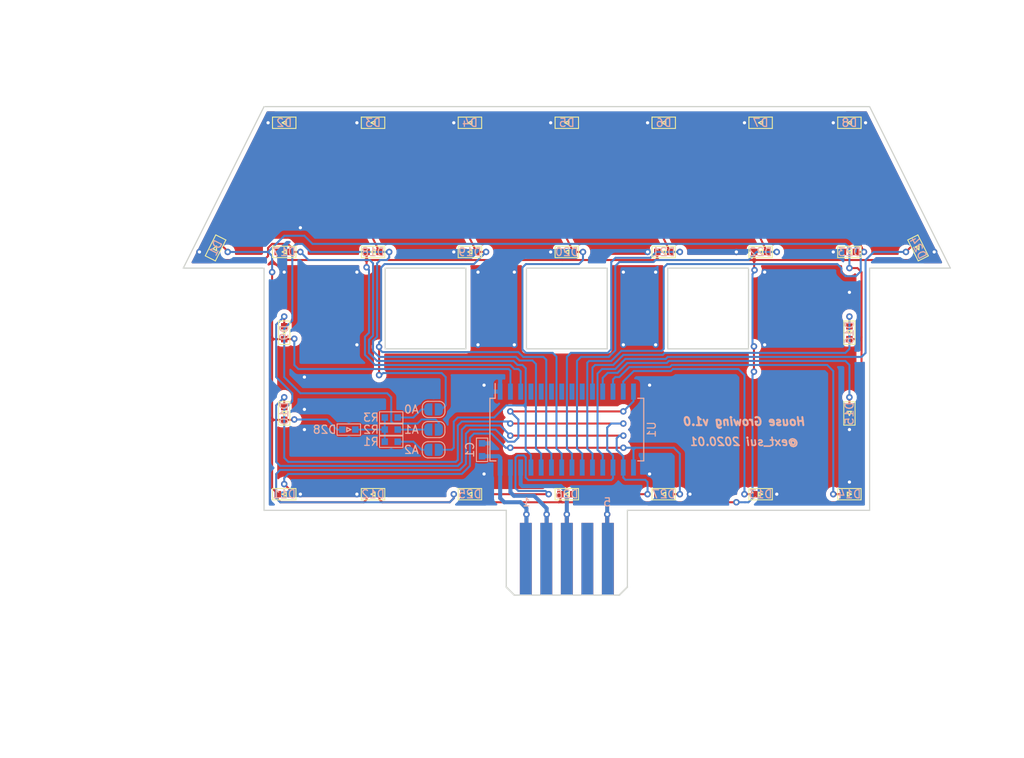
<source format=kicad_pcb>
(kicad_pcb (version 20171130) (host pcbnew "(5.0.2)-1")
  (layers (0 F.Cu signal) (31 B.Cu signal) (34 B.Paste user) (35 F.Paste user) (36 B.SilkS user) (37 F.SilkS user) (38 B.Mask user) (39 F.Mask user) (44 Edge.Cuts user))
  (net 0 "")
  (net 1 +5V)
  (net 2 GND)
  (net 3 "Net-(D1-Pad1)")
  (net 4 "Net-(D1-Pad2)")
  (net 5 "Net-(D10-Pad2)")
  (net 6 "Net-(D11-Pad2)")
  (net 7 "Net-(JP1-Pad1)")
  (net 8 "Net-(JP2-Pad1)")
  (net 9 "Net-(JP3-Pad1)")
  (net 10 SCL)
  (net 11 SDA)
  (net 12 "Net-(J1-Pad4)")
  (net 13 "Net-(D18-Pad2)")
  (net 14 "Net-(D19-Pad2)")
  (net 15 "Net-(D20-Pad2)")
  (net 16 "Net-(D21-Pad2)")
  (net 17 "Net-(D22-Pad2)")
  (net 18 "Net-(D23-Pad2)")
  (net 19 "Net-(D24-Pad2)")
  (net 20 "Net-(D25-Pad2)")
  (net 21 "Net-(D13-Pad2)")
  (net 22 "Net-(D14-Pad2)")
  (net 23 "Net-(D15-Pad2)")
  (net 24 "Net-(D16-Pad2)")
  (net 25 "Net-(D17-Pad1)")
  (net 26 "Net-(D28-Pad1)")
  (net 27 "Net-(D12-Pad2)")
  (net 28 "Net-(U1-Pad4)")
  (net 29 "Net-(U1-Pad5)")
  (net 30 "Net-(U1-Pad6)")
  (net 31 "Net-(U1-Pad7)")
  (net 32 "Net-(U1-Pad8)")
  (net 33 "Net-(U1-Pad9)")
  (module Package_SO:SOIC-28W_7.5x18.7mm_P1.27mm (layer B.Cu) (at 147.5 90 270)
    (fp_text reference U1 (at 0 -10.5 270) (layer B.SilkS) (effects (justify mirror)))
    (fp_text value HT16K33-28SOP)
    (pad 1 smd rect (at -4.7 8.255 270) (size 2 0.6) (layers B.Cu B.Paste B.Mask) (net 2 GND))
    (pad 2 smd rect (at -4.7 6.985 270) (size 2 0.6) (layers B.Cu B.Paste B.Mask) (net 3 "Net-(D1-Pad1)"))
    (pad 3 smd rect (at -4.7 5.715 270) (size 2 0.6) (layers B.Cu B.Paste B.Mask) (net 25 "Net-(D17-Pad1)"))
    (pad 4 smd rect (at -4.7 4.445 270) (size 2 0.6) (layers B.Cu B.Paste B.Mask) (net 28 "Net-(U1-Pad4)"))
    (pad 5 smd rect (at -4.7 3.175 270) (size 2 0.6) (layers B.Cu B.Paste B.Mask) (net 29 "Net-(U1-Pad5)"))
    (pad 6 smd rect (at -4.7 1.905 270) (size 2 0.6) (layers B.Cu B.Paste B.Mask) (net 30 "Net-(U1-Pad6)"))
    (pad 7 smd rect (at -4.7 0.635 270) (size 2 0.6) (layers B.Cu B.Paste B.Mask) (net 31 "Net-(U1-Pad7)"))
    (pad 8 smd rect (at -4.7 -0.635 270) (size 2 0.6) (layers B.Cu B.Paste B.Mask) (net 32 "Net-(U1-Pad8)"))
    (pad 9 smd rect (at -4.7 -1.905 270) (size 2 0.6) (layers B.Cu B.Paste B.Mask) (net 33 "Net-(U1-Pad9)"))
    (pad 10 smd rect (at -4.7 -3.175 270) (size 2 0.6) (layers B.Cu B.Paste B.Mask) (net 24 "Net-(D16-Pad2)"))
    (pad 11 smd rect (at -4.7 -4.445 270) (size 2 0.6) (layers B.Cu B.Paste B.Mask) (net 23 "Net-(D15-Pad2)"))
    (pad 12 smd rect (at -4.7 -5.715 270) (size 2 0.6) (layers B.Cu B.Paste B.Mask) (net 22 "Net-(D14-Pad2)"))
    (pad 13 smd rect (at -4.7 -6.985 270) (size 2 0.6) (layers B.Cu B.Paste B.Mask) (net 21 "Net-(D13-Pad2)"))
    (pad 14 smd rect (at -4.7 -8.255 270) (size 2 0.6) (layers B.Cu B.Paste B.Mask) (net 27 "Net-(D12-Pad2)"))
    (pad 15 smd rect (at 4.7 -8.255 270) (size 2 0.6) (layers B.Cu B.Paste B.Mask) (net 6 "Net-(D11-Pad2)"))
    (pad 16 smd rect (at 4.7 -6.985 270) (size 2 0.6) (layers B.Cu B.Paste B.Mask) (net 5 "Net-(D10-Pad2)"))
    (pad 17 smd rect (at 4.7 -5.715 270) (size 2 0.6) (layers B.Cu B.Paste B.Mask) (net 20 "Net-(D25-Pad2)"))
    (pad 18 smd rect (at 4.7 -4.445 270) (size 2 0.6) (layers B.Cu B.Paste B.Mask) (net 19 "Net-(D24-Pad2)"))
    (pad 19 smd rect (at 4.7 -3.175 270) (size 2 0.6) (layers B.Cu B.Paste B.Mask) (net 18 "Net-(D23-Pad2)"))
    (pad 20 smd rect (at 4.7 -1.905 270) (size 2 0.6) (layers B.Cu B.Paste B.Mask) (net 17 "Net-(D22-Pad2)"))
    (pad 21 smd rect (at 4.7 -0.635 270) (size 2 0.6) (layers B.Cu B.Paste B.Mask) (net 16 "Net-(D21-Pad2)"))
    (pad 22 smd rect (at 4.7 0.635 270) (size 2 0.6) (layers B.Cu B.Paste B.Mask) (net 15 "Net-(D20-Pad2)"))
    (pad 23 smd rect (at 4.7 1.905 270) (size 2 0.6) (layers B.Cu B.Paste B.Mask) (net 14 "Net-(D19-Pad2)"))
    (pad 24 smd rect (at 4.7 3.175 270) (size 2 0.6) (layers B.Cu B.Paste B.Mask) (net 13 "Net-(D18-Pad2)"))
    (pad 25 smd rect (at 4.7 4.445 270) (size 2 0.6) (layers B.Cu B.Paste B.Mask) (net 4 "Net-(D1-Pad2)"))
    (pad 26 smd rect (at 4.7 5.715 270) (size 2 0.6) (layers B.Cu B.Paste B.Mask) (net 10 SCL))
    (pad 27 smd rect (at 4.7 6.985 270) (size 2 0.6) (layers B.Cu B.Paste B.Mask) (net 11 SDA))
    (pad 28 smd rect (at 4.7 8.255 270) (size 2 0.6) (layers B.Cu B.Paste B.Mask) (net 1 +5V))
  )
  (module Jumper:SolderJumper-2_P1.3mm_Open_RoundedPad1.0x1.5mm (layer B.Cu) (at 131 92.5)
    (fp_text reference JP1 hide)
    (fp_text value A2 (at -2.75 0) (layer B.SilkS) (effects (justify mirror)))
    (pad 1 smd custom (at -0.65 0) (size 1 0.5) (layers B.Cu B.Mask) (net 7 "Net-(JP1-Pad1)") (options (clearance outline) (anchor rect)) (primitives (gr_circle (center 0 -0.25) (end 0.5 -0.25) (width 0)) (gr_circle (center 0 0.25) (end 0.5 0.25) (width 0)) (gr_poly (pts (xy 0 0.75) (xy 0.5 0.75) (xy 0.5 -0.75) (xy 0 -0.75)) (width 0))))
    (pad 2 smd custom (at 0.65 0) (size 1 0.5) (layers B.Cu B.Mask) (net 4 "Net-(D1-Pad2)") (options (clearance outline) (anchor rect)) (primitives (gr_circle (center 0 -0.25) (end 0.5 -0.25) (width 0)) (gr_circle (center 0 0.25) (end 0.5 0.25) (width 0)) (gr_poly (pts (xy 0 0.75) (xy -0.5 0.75) (xy -0.5 -0.75) (xy 0 -0.75)) (width 0))))
  )
  (module Jumper:SolderJumper-2_P1.3mm_Open_RoundedPad1.0x1.5mm (layer B.Cu) (at 131 90)
    (fp_text reference JP2 hide)
    (fp_text value A1 (at -2.75 0) (layer B.SilkS) (effects (justify mirror)))
    (pad 2 smd custom (at 0.65 0) (size 1 0.5) (layers B.Cu B.Mask) (net 13 "Net-(D18-Pad2)") (options (clearance outline) (anchor rect)) (primitives (gr_circle (center 0 -0.25) (end 0.5 -0.25) (width 0)) (gr_circle (center 0 0.25) (end 0.5 0.25) (width 0)) (gr_poly (pts (xy 0 0.75) (xy -0.5 0.75) (xy -0.5 -0.75) (xy 0 -0.75)) (width 0))))
    (pad 1 smd custom (at -0.65 0) (size 1 0.5) (layers B.Cu B.Mask) (net 8 "Net-(JP2-Pad1)") (options (clearance outline) (anchor rect)) (primitives (gr_circle (center 0 -0.25) (end 0.5 -0.25) (width 0)) (gr_circle (center 0 0.25) (end 0.5 0.25) (width 0)) (gr_poly (pts (xy 0 0.75) (xy 0.5 0.75) (xy 0.5 -0.75) (xy 0 -0.75)) (width 0))))
  )
  (module Jumper:SolderJumper-2_P1.3mm_Open_RoundedPad1.0x1.5mm (layer B.Cu) (at 131 87.5)
    (fp_text reference JP3 hide)
    (fp_text value A0 (at -2.75 0) (layer B.SilkS) (effects (justify mirror)))
    (pad 1 smd custom (at -0.65 0) (size 1 0.5) (layers B.Cu B.Mask) (net 9 "Net-(JP3-Pad1)") (options (clearance outline) (anchor rect)) (primitives (gr_circle (center 0 -0.25) (end 0.5 -0.25) (width 0)) (gr_circle (center 0 0.25) (end 0.5 0.25) (width 0)) (gr_poly (pts (xy 0 0.75) (xy 0.5 0.75) (xy 0.5 -0.75) (xy 0 -0.75)) (width 0))))
    (pad 2 smd custom (at 0.65 0) (size 1 0.5) (layers B.Cu B.Mask) (net 14 "Net-(D19-Pad2)") (options (clearance outline) (anchor rect)) (primitives (gr_circle (center 0 -0.25) (end 0.5 -0.25) (width 0)) (gr_circle (center 0 0.25) (end 0.5 0.25) (width 0)) (gr_poly (pts (xy 0 0.75) (xy -0.5 0.75) (xy -0.5 -0.75) (xy 0 -0.75)) (width 0))))
  )
  (module extsui:R_1608_HandSolderingCustom (layer B.Cu) (at 125.75 91.5 180)
    (fp_text reference R1 (at 2.5 0 180) (layer B.SilkS) (effects (justify mirror)))
    (fp_text value 39k)
    (pad 1 smd rect (at -0.8 0 180) (size 0.8 0.8) (layers B.Cu B.Paste B.Mask) (net 7 "Net-(JP1-Pad1)"))
    (pad 2 smd rect (at 0.8 0 180) (size 0.8 0.8) (layers B.Cu B.Paste B.Mask) (net 26 "Net-(D28-Pad1)"))
  )
  (module extsui:R_1608_HandSolderingCustom (layer B.Cu) (at 125.75 90 180)
    (fp_text reference R2 (at 2.5 0 180) (layer B.SilkS) (effects (justify mirror)))
    (fp_text value 39k)
    (pad 2 smd rect (at 0.8 0 180) (size 0.8 0.8) (layers B.Cu B.Paste B.Mask) (net 26 "Net-(D28-Pad1)"))
    (pad 1 smd rect (at -0.8 0 180) (size 0.8 0.8) (layers B.Cu B.Paste B.Mask) (net 8 "Net-(JP2-Pad1)"))
  )
  (module extsui:R_1608_HandSolderingCustom (layer B.Cu) (at 125.75 88.5 180)
    (fp_text reference R3 (at 2.5 0 180) (layer B.SilkS) (effects (justify mirror)))
    (fp_text value 39k)
    (pad 1 smd rect (at -0.8 0 180) (size 0.8 0.8) (layers B.Cu B.Paste B.Mask) (net 9 "Net-(JP3-Pad1)"))
    (pad 2 smd rect (at 0.8 0 180) (size 0.8 0.8) (layers B.Cu B.Paste B.Mask) (net 26 "Net-(D28-Pad1)"))
  )
  (module extsui:LED_1608_HandSolderingCustom (layer F.Cu) (at 171.5 98 180)
    (fp_text reference D13 (at 0 0 180) (layer B.SilkS) (effects (justify mirror)))
    (fp_text value LED)
    (pad 1 smd rect (at -0.8 0 180) (size 0.8 0.8) (layers F.Cu F.Paste F.Mask) (net 3 "Net-(D1-Pad1)"))
    (pad 2 smd rect (at 0.8 0 180) (size 0.8 0.8) (layers F.Cu F.Paste F.Mask) (net 21 "Net-(D13-Pad2)"))
  )
  (module extsui:LED_1608_HandSolderingCustom (layer F.Cu) (at 182.5 98 180)
    (fp_text reference D14 (at 0 0) (layer B.SilkS) (effects (justify mirror)))
    (fp_text value LED)
    (pad 2 smd rect (at 0.8 0 180) (size 0.8 0.8) (layers F.Cu F.Paste F.Mask) (net 22 "Net-(D14-Pad2)"))
    (pad 1 smd rect (at -0.8 0 180) (size 0.8 0.8) (layers F.Cu F.Paste F.Mask) (net 3 "Net-(D1-Pad1)"))
  )
  (module extsui:LED_1608_HandSolderingCustom (layer F.Cu) (at 182.5 88 90)
    (fp_text reference D15 (at 0 0 90) (layer B.SilkS) (effects (justify mirror)))
    (fp_text value LED)
    (pad 1 smd rect (at -0.8 0 90) (size 0.8 0.8) (layers F.Cu F.Paste F.Mask) (net 3 "Net-(D1-Pad1)"))
    (pad 2 smd rect (at 0.8 0 90) (size 0.8 0.8) (layers F.Cu F.Paste F.Mask) (net 23 "Net-(D15-Pad2)"))
  )
  (module extsui:LED_1608_HandSolderingCustom (layer F.Cu) (at 182.5 78 90)
    (fp_text reference D16 (at 0 0 90) (layer B.SilkS) (effects (justify mirror)))
    (fp_text value LED)
    (pad 2 smd rect (at 0.8 0 90) (size 0.8 0.8) (layers F.Cu F.Paste F.Mask) (net 24 "Net-(D16-Pad2)"))
    (pad 1 smd rect (at -0.8 0 90) (size 0.8 0.8) (layers F.Cu F.Paste F.Mask) (net 3 "Net-(D1-Pad1)"))
  )
  (module extsui:LED_1608_HandSolderingCustom (layer F.Cu) (at 112.5 68)
    (fp_text reference D17 (at 0 0) (layer B.SilkS) (effects (justify mirror)))
    (fp_text value LED)
    (pad 2 smd rect (at 0.8 0) (size 0.8 0.8) (layers F.Cu F.Paste F.Mask) (net 4 "Net-(D1-Pad2)"))
    (pad 1 smd rect (at -0.8 0) (size 0.8 0.8) (layers F.Cu F.Paste F.Mask) (net 25 "Net-(D17-Pad1)"))
  )
  (module extsui:LED_1608_HandSolderingCustom (layer F.Cu) (at 123.5 68)
    (fp_text reference D18 (at 0 0) (layer B.SilkS) (effects (justify mirror)))
    (fp_text value LED)
    (pad 1 smd rect (at -0.8 0) (size 0.8 0.8) (layers F.Cu F.Paste F.Mask) (net 25 "Net-(D17-Pad1)"))
    (pad 2 smd rect (at 0.8 0) (size 0.8 0.8) (layers F.Cu F.Paste F.Mask) (net 13 "Net-(D18-Pad2)"))
  )
  (module extsui:LED_1608_HandSolderingCustom (layer F.Cu) (at 135.5 68)
    (fp_text reference D19 (at 0 0) (layer B.SilkS) (effects (justify mirror)))
    (fp_text value LED)
    (pad 2 smd rect (at 0.8 0) (size 0.8 0.8) (layers F.Cu F.Paste F.Mask) (net 14 "Net-(D19-Pad2)"))
    (pad 1 smd rect (at -0.8 0) (size 0.8 0.8) (layers F.Cu F.Paste F.Mask) (net 25 "Net-(D17-Pad1)"))
  )
  (module extsui:LED_1608_HandSolderingCustom (layer F.Cu) (at 147.5 68)
    (fp_text reference D20 (at 0 0) (layer B.SilkS) (effects (justify mirror)))
    (fp_text value LED)
    (pad 1 smd rect (at -0.8 0) (size 0.8 0.8) (layers F.Cu F.Paste F.Mask) (net 25 "Net-(D17-Pad1)"))
    (pad 2 smd rect (at 0.8 0) (size 0.8 0.8) (layers F.Cu F.Paste F.Mask) (net 15 "Net-(D20-Pad2)"))
  )
  (module extsui:LED_1608_HandSolderingCustom (layer F.Cu) (at 159.5 68)
    (fp_text reference D21 (at 0 0) (layer B.SilkS) (effects (justify mirror)))
    (fp_text value LED)
    (pad 2 smd rect (at 0.8 0) (size 0.8 0.8) (layers F.Cu F.Paste F.Mask) (net 16 "Net-(D21-Pad2)"))
    (pad 1 smd rect (at -0.8 0) (size 0.8 0.8) (layers F.Cu F.Paste F.Mask) (net 25 "Net-(D17-Pad1)"))
  )
  (module extsui:LED_1608_HandSolderingCustom (layer F.Cu) (at 171.5 68)
    (fp_text reference D22 (at 0 0) (layer B.SilkS) (effects (justify mirror)))
    (fp_text value LED)
    (pad 1 smd rect (at -0.8 0) (size 0.8 0.8) (layers F.Cu F.Paste F.Mask) (net 25 "Net-(D17-Pad1)"))
    (pad 2 smd rect (at 0.8 0) (size 0.8 0.8) (layers F.Cu F.Paste F.Mask) (net 17 "Net-(D22-Pad2)"))
  )
  (module extsui:LED_1608_HandSolderingCustom (layer F.Cu) (at 182.5 68)
    (fp_text reference D23 (at 0 0) (layer B.SilkS) (effects (justify mirror)))
    (fp_text value LED)
    (pad 2 smd rect (at 0.8 0) (size 0.8 0.8) (layers F.Cu F.Paste F.Mask) (net 18 "Net-(D23-Pad2)"))
    (pad 1 smd rect (at -0.8 0) (size 0.8 0.8) (layers F.Cu F.Paste F.Mask) (net 25 "Net-(D17-Pad1)"))
  )
  (module extsui:LED_1608_HandSolderingCustom (layer F.Cu) (at 191 67.5 116.6)
    (fp_text reference D24 (at 0 0 116.6) (layer B.SilkS) (effects (justify mirror)))
    (fp_text value LED)
    (pad 1 smd rect (at -0.8 0 116.6) (size 0.8 0.8) (layers F.Cu F.Paste F.Mask) (net 25 "Net-(D17-Pad1)"))
    (pad 2 smd rect (at 0.8 0 116.6) (size 0.8 0.8) (layers F.Cu F.Paste F.Mask) (net 19 "Net-(D24-Pad2)"))
  )
  (module extsui:LED_1608_HandSolderingCustom (layer F.Cu) (at 135.5 98)
    (fp_text reference D25 (at 0 0) (layer B.SilkS) (effects (justify mirror)))
    (fp_text value LED)
    (pad 2 smd rect (at 0.8 0) (size 0.8 0.8) (layers F.Cu F.Paste F.Mask) (net 20 "Net-(D25-Pad2)"))
    (pad 1 smd rect (at -0.8 0) (size 0.8 0.8) (layers F.Cu F.Paste F.Mask) (net 25 "Net-(D17-Pad1)"))
  )
  (module extsui:LED_1608_HandSolderingCustom (layer F.Cu) (at 147.5 98)
    (fp_text reference D26 (at 0 0) (layer B.SilkS) (effects (justify mirror)))
    (fp_text value LED)
    (pad 1 smd rect (at -0.8 0) (size 0.8 0.8) (layers F.Cu F.Paste F.Mask) (net 25 "Net-(D17-Pad1)"))
    (pad 2 smd rect (at 0.8 0) (size 0.8 0.8) (layers F.Cu F.Paste F.Mask) (net 5 "Net-(D10-Pad2)"))
  )
  (module extsui:LED_1608_HandSolderingCustom (layer F.Cu) (at 159.5 98)
    (fp_text reference D27 (at 0 0) (layer B.SilkS) (effects (justify mirror)))
    (fp_text value LED)
    (pad 1 smd rect (at -0.8 0) (size 0.8 0.8) (layers F.Cu F.Paste F.Mask) (net 25 "Net-(D17-Pad1)"))
    (pad 2 smd rect (at 0.8 0) (size 0.8 0.8) (layers F.Cu F.Paste F.Mask) (net 6 "Net-(D11-Pad2)"))
  )
  (module extsui:LED_1608_HandSolderingCustom (layer B.Cu) (at 120.5 90 180)
    (fp_text reference D28 (at 3 0 180) (layer B.SilkS) (effects (justify mirror)))
    (fp_text value D)
    (pad 2 smd rect (at 0.8 0 180) (size 0.8 0.8) (layers B.Cu B.Paste B.Mask) (net 3 "Net-(D1-Pad1)"))
    (pad 1 smd rect (at -0.8 0 180) (size 0.8 0.8) (layers B.Cu B.Paste B.Mask) (net 26 "Net-(D28-Pad1)"))
  )
  (module extsui:C_1608_HandSolderingCustom (layer B.Cu) (at 137 92.5 90)
    (fp_text reference C1 (at 0 -1.5 90) (layer B.SilkS) (effects (justify mirror)))
    (fp_text value 0.1u)
    (pad 2 smd rect (at 0.8 0 90) (size 0.8 0.8) (layers B.Cu B.Paste B.Mask) (net 2 GND))
    (pad 1 smd rect (at -0.8 0 90) (size 0.8 0.8) (layers B.Cu B.Paste B.Mask) (net 1 +5V))
  )
  (module extsui:LED_1608_HandSolderingCustom (layer F.Cu) (at 104 67.5 243.4)
    (fp_text reference D1 (at 0 0 63.4) (layer B.SilkS) (effects (justify mirror)))
    (fp_text value LED)
    (pad 1 smd rect (at -0.8 0 243.4) (size 0.8 0.8) (layers F.Cu F.Paste F.Mask) (net 3 "Net-(D1-Pad1)"))
    (pad 2 smd rect (at 0.8 0 243.4) (size 0.8 0.8) (layers F.Cu F.Paste F.Mask) (net 4 "Net-(D1-Pad2)"))
  )
  (module extsui:LED_1608_HandSolderingCustom (layer F.Cu) (at 112.5 52)
    (fp_text reference D2 (at 0 0) (layer B.SilkS) (effects (justify mirror)))
    (fp_text value LED)
    (pad 1 smd rect (at -0.8 0) (size 0.8 0.8) (layers F.Cu F.Paste F.Mask) (net 3 "Net-(D1-Pad1)"))
    (pad 2 smd rect (at 0.8 0) (size 0.8 0.8) (layers F.Cu F.Paste F.Mask) (net 13 "Net-(D18-Pad2)"))
  )
  (module extsui:LED_1608_HandSolderingCustom (layer F.Cu) (at 123.5 52)
    (fp_text reference D3 (at 0 0) (layer B.SilkS) (effects (justify mirror)))
    (fp_text value LED)
    (pad 1 smd rect (at -0.8 0) (size 0.8 0.8) (layers F.Cu F.Paste F.Mask) (net 3 "Net-(D1-Pad1)"))
    (pad 2 smd rect (at 0.8 0) (size 0.8 0.8) (layers F.Cu F.Paste F.Mask) (net 14 "Net-(D19-Pad2)"))
  )
  (module extsui:LED_1608_HandSolderingCustom (layer F.Cu) (at 135.5 52)
    (fp_text reference D4 (at 0 0) (layer B.SilkS) (effects (justify mirror)))
    (fp_text value LED)
    (pad 1 smd rect (at -0.8 0) (size 0.8 0.8) (layers F.Cu F.Paste F.Mask) (net 3 "Net-(D1-Pad1)"))
    (pad 2 smd rect (at 0.8 0) (size 0.8 0.8) (layers F.Cu F.Paste F.Mask) (net 15 "Net-(D20-Pad2)"))
  )
  (module extsui:LED_1608_HandSolderingCustom (layer F.Cu) (at 147.5 52)
    (fp_text reference D5 (at 0 0) (layer B.SilkS) (effects (justify mirror)))
    (fp_text value LED)
    (pad 2 smd rect (at 0.8 0) (size 0.8 0.8) (layers F.Cu F.Paste F.Mask) (net 16 "Net-(D21-Pad2)"))
    (pad 1 smd rect (at -0.8 0) (size 0.8 0.8) (layers F.Cu F.Paste F.Mask) (net 3 "Net-(D1-Pad1)"))
  )
  (module extsui:LED_1608_HandSolderingCustom (layer F.Cu) (at 159.5 52)
    (fp_text reference D6 (at 0 0) (layer B.SilkS) (effects (justify mirror)))
    (fp_text value LED)
    (pad 2 smd rect (at 0.8 0) (size 0.8 0.8) (layers F.Cu F.Paste F.Mask) (net 17 "Net-(D22-Pad2)"))
    (pad 1 smd rect (at -0.8 0) (size 0.8 0.8) (layers F.Cu F.Paste F.Mask) (net 3 "Net-(D1-Pad1)"))
  )
  (module extsui:LED_1608_HandSolderingCustom (layer F.Cu) (at 171.5 52)
    (fp_text reference D7 (at 0 0) (layer B.SilkS) (effects (justify mirror)))
    (fp_text value LED)
    (pad 1 smd rect (at -0.8 0) (size 0.8 0.8) (layers F.Cu F.Paste F.Mask) (net 3 "Net-(D1-Pad1)"))
    (pad 2 smd rect (at 0.8 0) (size 0.8 0.8) (layers F.Cu F.Paste F.Mask) (net 18 "Net-(D23-Pad2)"))
  )
  (module extsui:LED_1608_HandSolderingCustom (layer F.Cu) (at 182.5 52)
    (fp_text reference D8 (at 0 0) (layer B.SilkS) (effects (justify mirror)))
    (fp_text value LED)
    (pad 1 smd rect (at -0.8 0) (size 0.8 0.8) (layers F.Cu F.Paste F.Mask) (net 3 "Net-(D1-Pad1)"))
    (pad 2 smd rect (at 0.8 0) (size 0.8 0.8) (layers F.Cu F.Paste F.Mask) (net 19 "Net-(D24-Pad2)"))
  )
  (module extsui:LED_1608_HandSolderingCustom (layer F.Cu) (at 112.5 78 90)
    (fp_text reference D9 (at 0 0 90) (layer B.SilkS) (effects (justify mirror)))
    (fp_text value LED)
    (pad 2 smd rect (at 0.8 0 90) (size 0.8 0.8) (layers F.Cu F.Paste F.Mask) (net 20 "Net-(D25-Pad2)"))
    (pad 1 smd rect (at -0.8 0 90) (size 0.8 0.8) (layers F.Cu F.Paste F.Mask) (net 3 "Net-(D1-Pad1)"))
  )
  (module extsui:LED_1608_HandSolderingCustom (layer F.Cu) (at 112.5 88 90)
    (fp_text reference D10 (at 0 0 90) (layer B.SilkS) (effects (justify mirror)))
    (fp_text value LED)
    (pad 2 smd rect (at 0.8 0 90) (size 0.8 0.8) (layers F.Cu F.Paste F.Mask) (net 5 "Net-(D10-Pad2)"))
    (pad 1 smd rect (at -0.8 0 90) (size 0.8 0.8) (layers F.Cu F.Paste F.Mask) (net 3 "Net-(D1-Pad1)"))
  )
  (module extsui:LED_1608_HandSolderingCustom (layer F.Cu) (at 112.5 98)
    (fp_text reference D11 (at 0 0) (layer B.SilkS) (effects (justify mirror)))
    (fp_text value LED)
    (pad 1 smd rect (at -0.8 0) (size 0.8 0.8) (layers F.Cu F.Paste F.Mask) (net 3 "Net-(D1-Pad1)"))
    (pad 2 smd rect (at 0.8 0) (size 0.8 0.8) (layers F.Cu F.Paste F.Mask) (net 6 "Net-(D11-Pad2)"))
  )
  (module extsui:LED_1608_HandSolderingCustom (layer F.Cu) (at 123.5 98)
    (fp_text reference D12 (at 0 0) (layer B.SilkS) (effects (justify mirror)))
    (fp_text value LED)
    (pad 1 smd rect (at -0.8 0) (size 0.8 0.8) (layers F.Cu F.Paste F.Mask) (net 3 "Net-(D1-Pad1)"))
    (pad 2 smd rect (at 0.8 0) (size 0.8 0.8) (layers F.Cu F.Paste F.Mask) (net 27 "Net-(D12-Pad2)"))
  )
  (module extsui:EDAC_5P_P2.54mm (layer F.Cu) (at 147.5 106)
    (fp_text reference J1 hide)
    (fp_text value Conn_01x05)
    (pad 1 connect rect (at -5.08 0) (size 1.47 8.89) (layers F.Cu F.Mask) (net 1 +5V))
    (pad 2 connect rect (at -2.54 0) (size 1.47 8.89) (layers F.Cu F.Mask) (net 11 SDA))
    (pad 3 connect rect (at 0 0) (size 1.47 8.89) (layers F.Cu F.Mask) (net 10 SCL))
    (pad 4 connect rect (at 2.54 0) (size 1.47 8.89) (layers F.Cu F.Mask) (net 12 "Net-(J1-Pad4)"))
    (pad 5 connect rect (at 5.08 0) (size 1.47 8.89) (layers F.Cu F.Mask) (net 2 GND))
    (pad 1 connect rect (at -5.08 0) (size 1.47 8.89) (layers B.Cu B.Mask) (net 1 +5V))
    (pad 2 connect rect (at -2.54 0) (size 1.47 8.89) (layers B.Cu B.Mask) (net 11 SDA))
    (pad 3 connect rect (at 0 0) (size 1.47 8.89) (layers B.Cu B.Mask) (net 10 SCL))
    (pad 4 connect rect (at 2.54 0) (size 1.47 8.89) (layers B.Cu B.Mask) (net 12 "Net-(J1-Pad4)"))
    (pad 5 connect rect (at 5.08 0) (size 1.47 8.89) (layers B.Cu B.Mask) (net 2 GND))
  )
  (gr_line (start 155 100) (end 185 100) (layer Edge.Cuts) (width 0.15))
  (gr_line (start 152.5 80) (end 142.5 80) (layer Edge.Cuts) (width 0.15))
  (gr_line (start 152.5 70) (end 152.5 80) (layer Edge.Cuts) (width 0.15))
  (gr_line (start 142.5 70) (end 152.5 70) (layer Edge.Cuts) (width 0.15))
  (gr_line (start 142.5 80) (end 142.5 70) (layer Edge.Cuts) (width 0.15))
  (gr_line (start 160 70) (end 170 70) (layer Edge.Cuts) (width 0.15))
  (gr_line (start 160 80) (end 160 70) (layer Edge.Cuts) (width 0.15))
  (gr_line (start 170 80) (end 160 80) (layer Edge.Cuts) (width 0.15))
  (gr_line (start 170 70) (end 170 80) (layer Edge.Cuts) (width 0.15))
  (gr_line (start 125 80) (end 125 70) (layer Edge.Cuts) (width 0.15))
  (gr_line (start 135 80) (end 125 80) (layer Edge.Cuts) (width 0.15))
  (gr_line (start 135 70) (end 135 80) (layer Edge.Cuts) (width 0.15))
  (gr_line (start 125 70) (end 135 70) (layer Edge.Cuts) (width 0.15))
  (gr_line (start 100 70) (end 110 50) (layer Edge.Cuts) (width 0.15))
  (gr_line (start 110 70) (end 100 70) (layer Edge.Cuts) (width 0.15))
  (gr_line (start 110 100) (end 110 70) (layer Edge.Cuts) (width 0.15))
  (gr_line (start 185 50) (end 110 50) (layer Edge.Cuts) (width 0.15))
  (gr_line (start 185 50) (end 195 70) (layer Edge.Cuts) (width 0.15))
  (gr_line (start 185 70) (end 195 70) (layer Edge.Cuts) (width 0.15))
  (gr_line (start 185 100) (end 185 70) (layer Edge.Cuts) (width 0.15))
  (gr_line (start 110 100) (end 140 100) (layer Edge.Cuts) (width 0.15))
  (gr_line (start 154 110.5) (end 155 109.5) (layer Edge.Cuts) (width 0.2))
  (gr_line (start 141 110.5) (end 140 109.5) (layer Edge.Cuts) (width 0.2))
  (gr_text 5 (at 152.5 99) (layer B.SilkS) (effects (font (size 1 1)) (justify mirror)))
  (gr_text 1 (at 142.5 99) (layer B.SilkS) (effects (font (size 1 1)) (justify mirror)))
  (gr_text "@ext_sui 2020.01" (at 169.5 91.5) (layer B.SilkS) (effects (font (size 1 1) (thickness 0.2) italic) (justify mirror)))
  (gr_text "House Growing v1.0" (at 169.5 89) (layer B.SilkS) (effects (font (size 1 1) (thickness 0.25) italic) (justify mirror)))
  (gr_line (start 140 100) (end 140 109.5) (layer Edge.Cuts) (width 0.15))
  (gr_line (start 155 100) (end 155 109.5) (layer Edge.Cuts) (width 0.15))
  (gr_line (start 141 110.5) (end 154 110.5) (layer Edge.Cuts) (width 0.15))
  (segment (start 142.5 105.92) (end 142.42 106) (width 0.5) (layer B.Cu) (net 1))
  (segment (start 142.5 100.5) (end 142.5 105.92) (width 0.5) (layer B.Cu) (net 1))
  (via (at 142.5 100.5) (size 0.8) (drill 0.4) (layers F.Cu B.Cu) (net 1))
  (segment (start 142.5 105.92) (end 142.42 106) (width 0.5) (layer F.Cu) (net 1))
  (segment (start 142.5 100.5) (end 142.5 105.92) (width 0.5) (layer F.Cu) (net 1))
  (segment (start 137 93.3) (end 139.05 93.3) (width 0.5) (layer B.Cu) (net 1))
  (segment (start 139.245 93.495) (end 139.245 94.7) (width 0.5) (layer B.Cu) (net 1))
  (segment (start 139.05 93.3) (end 139.245 93.495) (width 0.5) (layer B.Cu) (net 1))
  (segment (start 139.245 94.7) (end 139.245 98.495) (width 0.5) (layer B.Cu) (net 1))
  (segment (start 139.245 98.495) (end 139.75 99) (width 0.5) (layer B.Cu) (net 1))
  (segment (start 142.5 99.75) (end 141.75 99) (width 0.5) (layer B.Cu) (net 1))
  (segment (start 139.75 99) (end 141.75 99) (width 0.5) (layer B.Cu) (net 1))
  (segment (start 142.5 99.75) (end 142.5 100.5) (width 0.5) (layer B.Cu) (net 1))
  (via (at 154.5 79.5) (size 0.8) (drill 0.4) (layers F.Cu B.Cu) (net 2))
  (via (at 154.5 70.5) (size 0.8) (drill 0.4) (layers F.Cu B.Cu) (net 2))
  (via (at 141 70.5) (size 0.8) (drill 0.4) (layers F.Cu B.Cu) (net 2))
  (via (at 141 79.5) (size 0.8) (drill 0.4) (layers F.Cu B.Cu) (net 2))
  (via (at 136.5 79.5) (size 0.8) (drill 0.4) (layers F.Cu B.Cu) (net 2))
  (via (at 112.5 70.5) (size 0.8) (drill 0.4) (layers F.Cu B.Cu) (net 2))
  (via (at 115 90) (size 0.8) (drill 0.4) (layers F.Cu B.Cu) (net 2))
  (via (at 162.75 98) (size 0.8) (drill 0.4) (layers F.Cu B.Cu) (net 2))
  (via (at 115 83.5) (size 0.8) (drill 0.4) (layers F.Cu B.Cu) (net 2))
  (via (at 121.5 79.5) (size 0.8) (drill 0.4) (layers F.Cu B.Cu) (net 2))
  (via (at 121.5 70.5) (size 0.8) (drill 0.4) (layers F.Cu B.Cu) (net 2))
  (via (at 136.5 70.5) (size 0.8) (drill 0.4) (layers F.Cu B.Cu) (net 2))
  (via (at 172 70.5) (size 0.8) (drill 0.4) (layers F.Cu B.Cu) (net 2))
  (via (at 172 79.5) (size 0.8) (drill 0.4) (layers F.Cu B.Cu) (net 2))
  (via (at 158.5 79.5) (size 0.8) (drill 0.4) (layers F.Cu B.Cu) (net 2))
  (via (at 158.5 70.5) (size 0.8) (drill 0.4) (layers F.Cu B.Cu) (net 2))
  (via (at 114.5 65) (size 0.8) (drill 0.4) (layers F.Cu B.Cu) (net 2))
  (via (at 102 68) (size 0.8) (drill 0.4) (layers F.Cu B.Cu) (net 2))
  (via (at 193 68) (size 0.8) (drill 0.4) (layers F.Cu B.Cu) (net 2))
  (via (at 145.5 68) (size 0.8) (drill 0.4) (layers F.Cu B.Cu) (net 2))
  (via (at 182.5 73) (size 0.8) (drill 0.4) (layers F.Cu B.Cu) (net 2))
  (via (at 157.5 68) (size 0.8) (drill 0.4) (layers F.Cu B.Cu) (net 2))
  (via (at 168.5 68) (size 0.8) (drill 0.4) (layers F.Cu B.Cu) (net 2))
  (via (at 180.5 68) (size 0.8) (drill 0.4) (layers F.Cu B.Cu) (net 2))
  (via (at 173.5 98) (size 0.8) (drill 0.4) (layers F.Cu B.Cu) (net 2))
  (via (at 121.5 98) (size 0.8) (drill 0.4) (layers F.Cu B.Cu) (net 2))
  (via (at 114.5 98) (size 0.8) (drill 0.4) (layers F.Cu B.Cu) (net 2))
  (via (at 182.5 90) (size 0.8) (drill 0.4) (layers F.Cu B.Cu) (net 2))
  (via (at 182.5 96.5) (size 0.8) (drill 0.4) (layers F.Cu B.Cu) (net 2))
  (segment (start 152.5 105.92) (end 152.58 106) (width 0.5) (layer B.Cu) (net 2))
  (segment (start 152.5 100.5) (end 152.5 105.92) (width 0.5) (layer B.Cu) (net 2))
  (via (at 152.5 100.5) (size 0.8) (drill 0.4) (layers F.Cu B.Cu) (net 2))
  (segment (start 152.5 105.92) (end 152.58 106) (width 0.5) (layer F.Cu) (net 2))
  (segment (start 152.5 100.5) (end 152.5 105.92) (width 0.5) (layer F.Cu) (net 2))
  (via (at 121.5 52) (size 0.8) (drill 0.4) (layers F.Cu B.Cu) (net 2))
  (segment (start 133.5 52) (end 121.5 52) (width 0.25) (layer B.Cu) (net 2))
  (segment (start 121.5 52) (end 114.5 52) (width 0.25) (layer B.Cu) (net 2))
  (via (at 145.5 52) (size 0.8) (drill 0.4) (layers F.Cu B.Cu) (net 2))
  (via (at 169.5 52) (size 0.8) (drill 0.4) (layers F.Cu B.Cu) (net 2))
  (via (at 180.5 52) (size 0.8) (drill 0.4) (layers F.Cu B.Cu) (net 2))
  (via (at 157.5 52) (size 0.8) (drill 0.4) (layers F.Cu B.Cu) (net 2))
  (via (at 133.5 52) (size 0.8) (drill 0.4) (layers F.Cu B.Cu) (net 2))
  (segment (start 157.5 52) (end 169.5 52) (width 0.25) (layer B.Cu) (net 2))
  (segment (start 169.5 52) (end 180.5 52) (width 0.25) (layer B.Cu) (net 2))
  (segment (start 145.5 52) (end 157.5 52) (width 0.25) (layer B.Cu) (net 2))
  (segment (start 133.5 52) (end 145.5 52) (width 0.25) (layer B.Cu) (net 2))
  (segment (start 180.5 52) (end 180.5 53) (width 0.25) (layer B.Cu) (net 2))
  (via (at 184.5 52) (size 0.8) (drill 0.4) (layers F.Cu B.Cu) (net 2))
  (segment (start 180.5 52) (end 184.5 52) (width 0.25) (layer B.Cu) (net 2))
  (via (at 110.5 52) (size 0.8) (drill 0.4) (layers F.Cu B.Cu) (net 2))
  (segment (start 114.5 52) (end 110.5 52) (width 0.25) (layer B.Cu) (net 2))
  (via (at 133.5 68) (size 0.8) (drill 0.4) (layers F.Cu B.Cu) (net 2))
  (via (at 137.25 95.5) (size 0.8) (drill 0.4) (layers F.Cu B.Cu) (net 2))
  (segment (start 152.5 100.5) (end 152.5 99.25) (width 0.5) (layer B.Cu) (net 2))
  (via (at 137.25 84.5) (size 0.8) (drill 0.4) (layers F.Cu B.Cu) (net 2))
  (via (at 157.75 84.5) (size 0.8) (drill 0.4) (layers F.Cu B.Cu) (net 2))
  (via (at 157.75 95.5) (size 0.8) (drill 0.4) (layers F.Cu B.Cu) (net 2))
  (via (at 115 87.5) (size 0.8) (drill 0.4) (layers F.Cu B.Cu) (net 2))
  (segment (start 104.358207 66.784677) (end 111.7 52) (width 0.25) (layer F.Cu) (net 3))
  (segment (start 111.7 51.35) (end 111.7 52) (width 0.25) (layer F.Cu) (net 3))
  (segment (start 112.05 51) (end 111.7 51.35) (width 0.25) (layer F.Cu) (net 3))
  (segment (start 181.7 51.35) (end 181.35 51) (width 0.25) (layer F.Cu) (net 3))
  (segment (start 181.7 52) (end 181.7 51.35) (width 0.25) (layer F.Cu) (net 3))
  (segment (start 122.7 51.2) (end 122.7 52) (width 0.25) (layer F.Cu) (net 3))
  (segment (start 122.5 51) (end 122.7 51.2) (width 0.25) (layer F.Cu) (net 3))
  (segment (start 122.9 51) (end 122.7 51.2) (width 0.25) (layer F.Cu) (net 3))
  (segment (start 123 51) (end 122.9 51) (width 0.25) (layer F.Cu) (net 3))
  (segment (start 123 51) (end 122.5 51) (width 0.25) (layer F.Cu) (net 3))
  (segment (start 134.7 51.2) (end 134.7 52) (width 0.25) (layer F.Cu) (net 3))
  (segment (start 134.5 51) (end 134.7 51.2) (width 0.25) (layer F.Cu) (net 3))
  (segment (start 134.9 51) (end 134.7 51.2) (width 0.25) (layer F.Cu) (net 3))
  (segment (start 135 51) (end 134.9 51) (width 0.25) (layer F.Cu) (net 3))
  (segment (start 135 51) (end 134.5 51) (width 0.25) (layer F.Cu) (net 3))
  (segment (start 146.7 51.2) (end 146.7 52) (width 0.25) (layer F.Cu) (net 3))
  (segment (start 146.5 51) (end 146.7 51.2) (width 0.25) (layer F.Cu) (net 3))
  (segment (start 146.9 51) (end 146.7 51.2) (width 0.25) (layer F.Cu) (net 3))
  (segment (start 147 51) (end 146.9 51) (width 0.25) (layer F.Cu) (net 3))
  (segment (start 147 51) (end 146.5 51) (width 0.25) (layer F.Cu) (net 3))
  (segment (start 158.7 51.2) (end 158.7 52) (width 0.25) (layer F.Cu) (net 3))
  (segment (start 158.5 51) (end 158.7 51.2) (width 0.25) (layer F.Cu) (net 3))
  (segment (start 158.9 51) (end 158.7 51.2) (width 0.25) (layer F.Cu) (net 3))
  (segment (start 159 51) (end 158.9 51) (width 0.25) (layer F.Cu) (net 3))
  (segment (start 159 51) (end 158.5 51) (width 0.25) (layer F.Cu) (net 3))
  (segment (start 170.7 51.2) (end 170.7 52) (width 0.25) (layer F.Cu) (net 3))
  (segment (start 170.5 51) (end 170.7 51.2) (width 0.25) (layer F.Cu) (net 3))
  (segment (start 170.9 51) (end 170.7 51.2) (width 0.25) (layer F.Cu) (net 3))
  (segment (start 171 51) (end 170.9 51) (width 0.25) (layer F.Cu) (net 3))
  (segment (start 171 51) (end 170.5 51) (width 0.25) (layer F.Cu) (net 3))
  (segment (start 122.7 98.65) (end 122.35 99) (width 0.25) (layer F.Cu) (net 3))
  (segment (start 122.7 98) (end 122.7 98.65) (width 0.25) (layer F.Cu) (net 3))
  (segment (start 111.7 98.65) (end 111.7 98) (width 0.25) (layer F.Cu) (net 3))
  (segment (start 112.05 99) (end 111.7 98.65) (width 0.25) (layer F.Cu) (net 3))
  (segment (start 122.35 99) (end 112.05 99) (width 0.25) (layer F.Cu) (net 3))
  (segment (start 183.7 88.8) (end 182.5 88.8) (width 0.25) (layer F.Cu) (net 3))
  (segment (start 184 88.5) (end 183.7 88.8) (width 0.25) (layer F.Cu) (net 3))
  (segment (start 184 79) (end 184 88.5) (width 0.25) (layer F.Cu) (net 3))
  (segment (start 182.5 78.8) (end 183.8 78.8) (width 0.25) (layer F.Cu) (net 3))
  (segment (start 183.8 78.8) (end 184 79) (width 0.25) (layer F.Cu) (net 3))
  (segment (start 184 89.1) (end 183.7 88.8) (width 0.25) (layer F.Cu) (net 3))
  (segment (start 184 89.1) (end 184 88.5) (width 0.25) (layer F.Cu) (net 3))
  (segment (start 112.5 78.8) (end 111.2 78.8) (width 0.25) (layer F.Cu) (net 3))
  (segment (start 111.2 78.8) (end 111 79) (width 0.25) (layer F.Cu) (net 3))
  (segment (start 111 79) (end 111 88.5) (width 0.25) (layer F.Cu) (net 3))
  (segment (start 111.3 88.8) (end 112.5 88.8) (width 0.25) (layer F.Cu) (net 3))
  (segment (start 111.3 88.8) (end 111.2 88.8) (width 0.25) (layer F.Cu) (net 3))
  (segment (start 111 88.5) (end 111 89) (width 0.25) (layer F.Cu) (net 3))
  (segment (start 111.2 88.8) (end 111 89) (width 0.25) (layer F.Cu) (net 3))
  (segment (start 111 88.6) (end 111.2 88.8) (width 0.25) (layer F.Cu) (net 3))
  (segment (start 111 88.5) (end 111 88.6) (width 0.25) (layer F.Cu) (net 3))
  (segment (start 111.7 98) (end 111.7 97.95) (width 0.25) (layer F.Cu) (net 3))
  (segment (start 111.7 97.95) (end 111 97.25) (width 0.25) (layer F.Cu) (net 3))
  (segment (start 111 89) (end 111 97.25) (width 0.25) (layer F.Cu) (net 3))
  (segment (start 111 78.6) (end 111.2 78.8) (width 0.25) (layer F.Cu) (net 3))
  (segment (start 111 78.5) (end 111 78.6) (width 0.25) (layer F.Cu) (net 3))
  (segment (start 111 78.5) (end 111 70.5) (width 0.25) (layer F.Cu) (net 3))
  (segment (start 111 79) (end 111 78.5) (width 0.25) (layer F.Cu) (net 3))
  (via (at 111 70.5) (size 0.8) (drill 0.4) (layers F.Cu B.Cu) (net 3))
  (via (at 105.5 68) (size 0.8) (drill 0.4) (layers F.Cu B.Cu) (net 3))
  (segment (start 105.5 67.92647) (end 104.358207 66.784677) (width 0.25) (layer F.Cu) (net 3))
  (segment (start 105.5 68) (end 105.5 67.92647) (width 0.25) (layer F.Cu) (net 3))
  (segment (start 111 69) (end 111 70.5) (width 0.25) (layer B.Cu) (net 3))
  (segment (start 111 68.5) (end 111 69) (width 0.25) (layer B.Cu) (net 3))
  (segment (start 105.5 68) (end 110.5 68) (width 0.25) (layer B.Cu) (net 3))
  (segment (start 110.5 68) (end 111 68.5) (width 0.25) (layer B.Cu) (net 3))
  (segment (start 183.3 98.65) (end 183.3 98) (width 0.25) (layer F.Cu) (net 3))
  (segment (start 182.95 99) (end 183.3 98.65) (width 0.25) (layer F.Cu) (net 3))
  (segment (start 172.65 99) (end 182.95 99) (width 0.25) (layer F.Cu) (net 3))
  (segment (start 172.3 98.65) (end 172.65 99) (width 0.25) (layer F.Cu) (net 3))
  (segment (start 172.3 98) (end 172.3 98.65) (width 0.25) (layer F.Cu) (net 3))
  (segment (start 184 78.6) (end 183.8 78.8) (width 0.25) (layer F.Cu) (net 3))
  (segment (start 184 78.5) (end 184 78.6) (width 0.25) (layer F.Cu) (net 3))
  (segment (start 184 79) (end 184 78.5) (width 0.25) (layer F.Cu) (net 3))
  (via (at 182.5 70) (size 0.8) (drill 0.4) (layers F.Cu B.Cu) (net 3))
  (segment (start 184 78.5) (end 184 71.5) (width 0.25) (layer F.Cu) (net 3))
  (segment (start 182.5 70) (end 183.5 70) (width 0.25) (layer F.Cu) (net 3))
  (segment (start 184 70.5) (end 184 71.5) (width 0.25) (layer F.Cu) (net 3))
  (segment (start 183.5 70) (end 184 70.5) (width 0.25) (layer F.Cu) (net 3))
  (segment (start 183.3 97.95) (end 184 97.25) (width 0.25) (layer F.Cu) (net 3))
  (segment (start 183.3 98) (end 183.3 97.95) (width 0.25) (layer F.Cu) (net 3))
  (segment (start 184 89.1) (end 184 97) (width 0.25) (layer F.Cu) (net 3))
  (segment (start 184 97) (end 184 97.25) (width 0.25) (layer F.Cu) (net 3))
  (via (at 113.75 88.75) (size 0.8) (drill 0.4) (layers F.Cu B.Cu) (net 3))
  (segment (start 112.5 88.8) (end 113.7 88.8) (width 0.25) (layer F.Cu) (net 3))
  (segment (start 113.7 88.8) (end 113.75 88.75) (width 0.25) (layer F.Cu) (net 3))
  (via (at 113.75 78.75) (size 0.8) (drill 0.4) (layers F.Cu B.Cu) (net 3))
  (segment (start 112.5 78.8) (end 113.7 78.8) (width 0.25) (layer F.Cu) (net 3))
  (segment (start 113.7 78.8) (end 113.75 78.75) (width 0.25) (layer F.Cu) (net 3))
  (segment (start 182.5 67.5) (end 182.5 70) (width 0.25) (layer B.Cu) (net 3))
  (segment (start 182 67) (end 182.5 67.5) (width 0.25) (layer B.Cu) (net 3))
  (segment (start 116 67) (end 182 67) (width 0.25) (layer B.Cu) (net 3))
  (segment (start 115 66) (end 116 67) (width 0.25) (layer B.Cu) (net 3))
  (segment (start 110.5 68) (end 112.5 66) (width 0.25) (layer B.Cu) (net 3))
  (segment (start 112.5 66) (end 115 66) (width 0.25) (layer B.Cu) (net 3))
  (segment (start 122.5 51) (end 112.05 51) (width 0.25) (layer F.Cu) (net 3))
  (segment (start 134.5 51) (end 123 51) (width 0.25) (layer F.Cu) (net 3))
  (segment (start 146.5 51) (end 135 51) (width 0.25) (layer F.Cu) (net 3))
  (segment (start 158.5 51) (end 147 51) (width 0.25) (layer F.Cu) (net 3))
  (segment (start 170.5 51) (end 159 51) (width 0.25) (layer F.Cu) (net 3))
  (segment (start 181.35 51) (end 171 51) (width 0.25) (layer F.Cu) (net 3))
  (segment (start 117.8 88.75) (end 117.5 88.75) (width 0.25) (layer B.Cu) (net 3))
  (segment (start 119.05 90) (end 117.8 88.75) (width 0.25) (layer B.Cu) (net 3))
  (segment (start 119.7 90) (end 119.05 90) (width 0.25) (layer B.Cu) (net 3))
  (segment (start 113.75 88.75) (end 117.5 88.75) (width 0.25) (layer B.Cu) (net 3))
  (segment (start 113.75 82) (end 113.75 78.75) (width 0.25) (layer B.Cu) (net 3))
  (segment (start 114.25 82.5) (end 113.75 82) (width 0.25) (layer B.Cu) (net 3))
  (segment (start 140.3 82.5) (end 114.25 82.5) (width 0.25) (layer B.Cu) (net 3))
  (segment (start 140.515 82.715) (end 140.3 82.5) (width 0.25) (layer B.Cu) (net 3))
  (segment (start 140.515 85.3) (end 140.515 82.715) (width 0.25) (layer B.Cu) (net 3))
  (segment (start 104.42647 69) (end 103.641793 68.215323) (width 0.25) (layer F.Cu) (net 4))
  (segment (start 110 69) (end 104.42647 69) (width 0.25) (layer F.Cu) (net 4))
  (segment (start 113.3 67.35) (end 112.95 67) (width 0.25) (layer F.Cu) (net 4))
  (segment (start 113.3 68) (end 113.3 67.35) (width 0.25) (layer F.Cu) (net 4))
  (segment (start 112.95 67) (end 111 67) (width 0.25) (layer F.Cu) (net 4))
  (segment (start 111 67) (end 110.5 67.5) (width 0.25) (layer F.Cu) (net 4))
  (segment (start 110.5 67.5) (end 110.5 68.5) (width 0.25) (layer F.Cu) (net 4))
  (segment (start 110.5 68.5) (end 110 69) (width 0.25) (layer F.Cu) (net 4))
  (via (at 114.5 68) (size 0.8) (drill 0.4) (layers F.Cu B.Cu) (net 4))
  (segment (start 113.3 68) (end 114.5 68) (width 0.25) (layer F.Cu) (net 4))
  (segment (start 141.4 82) (end 142 82) (width 0.25) (layer B.Cu) (net 4))
  (segment (start 140.9 81.5) (end 141.4 82) (width 0.25) (layer B.Cu) (net 4))
  (segment (start 124 81.5) (end 140.9 81.5) (width 0.25) (layer B.Cu) (net 4))
  (segment (start 123 80.5) (end 124 81.5) (width 0.25) (layer B.Cu) (net 4))
  (segment (start 114.5 68) (end 115.5 69) (width 0.25) (layer B.Cu) (net 4))
  (segment (start 115.5 69) (end 123.1 69) (width 0.25) (layer B.Cu) (net 4))
  (segment (start 123.1 69) (end 123.5 69.4) (width 0.25) (layer B.Cu) (net 4))
  (segment (start 123.5 69.4) (end 123.5 78.36359) (width 0.25) (layer B.Cu) (net 4))
  (segment (start 142 82) (end 142.410001 82.410001) (width 0.25) (layer B.Cu) (net 4))
  (segment (start 123.5 78.36359) (end 123 78.86359) (width 0.25) (layer B.Cu) (net 4))
  (segment (start 123 78.86359) (end 123 80.5) (width 0.25) (layer B.Cu) (net 4))
  (segment (start 142.160001 87) (end 142.410001 86.75) (width 0.25) (layer B.Cu) (net 4))
  (segment (start 142.410001 82.410001) (end 142.410001 86.75) (width 0.25) (layer B.Cu) (net 4))
  (segment (start 142.410001 87.25) (end 142.160001 87) (width 0.25) (layer B.Cu) (net 4))
  (segment (start 142.410001 92.5) (end 142.410001 87.25) (width 0.25) (layer B.Cu) (net 4))
  (segment (start 143.055 94.7) (end 143.055 93.144999) (width 0.25) (layer B.Cu) (net 4))
  (segment (start 143.055 93.144999) (end 142.410001 92.5) (width 0.25) (layer B.Cu) (net 4))
  (segment (start 142.410001 86.75) (end 142.410001 87.25) (width 0.25) (layer B.Cu) (net 4))
  (segment (start 134 88.5) (end 138.5 88.5) (width 0.25) (layer B.Cu) (net 4))
  (segment (start 133.5 89) (end 134 88.5) (width 0.25) (layer B.Cu) (net 4))
  (segment (start 140 87) (end 142.160001 87) (width 0.25) (layer B.Cu) (net 4))
  (segment (start 133.5 92.25) (end 133.5 89) (width 0.25) (layer B.Cu) (net 4))
  (segment (start 133.25 92.5) (end 133.5 92.25) (width 0.25) (layer B.Cu) (net 4))
  (segment (start 138.5 88.5) (end 140 87) (width 0.25) (layer B.Cu) (net 4))
  (segment (start 131.65 92.5) (end 133.25 92.5) (width 0.25) (layer B.Cu) (net 4))
  (segment (start 148.3 98) (end 154.5 98) (width 0.25) (layer F.Cu) (net 5))
  (segment (start 154.5 94.715) (end 154.485 94.7) (width 0.25) (layer B.Cu) (net 5))
  (via (at 112.5 86) (size 0.8) (drill 0.4) (layers F.Cu B.Cu) (net 5))
  (via (at 154.5 90.75) (size 0.8) (drill 0.4) (layers F.Cu B.Cu) (net 5))
  (segment (start 112.5 87.2) (end 112.5 86) (width 0.25) (layer F.Cu) (net 5))
  (via (at 157.5 98) (size 0.8) (drill 0.4) (layers F.Cu B.Cu) (net 5))
  (segment (start 154.5 98) (end 157.5 98) (width 0.25) (layer F.Cu) (net 5))
  (segment (start 135 89.5) (end 138.5 89.5) (width 0.25) (layer B.Cu) (net 5))
  (segment (start 134.5 90) (end 135 89.5) (width 0.25) (layer B.Cu) (net 5))
  (segment (start 111.5 87) (end 111.5 94) (width 0.25) (layer B.Cu) (net 5))
  (segment (start 112.5 86) (end 111.5 87) (width 0.25) (layer B.Cu) (net 5))
  (segment (start 111.5 94) (end 112 94.5) (width 0.25) (layer B.Cu) (net 5))
  (segment (start 134 94.5) (end 134.5 94) (width 0.25) (layer B.Cu) (net 5))
  (segment (start 134.5 94) (end 134.5 90) (width 0.25) (layer B.Cu) (net 5))
  (segment (start 112 94.5) (end 134 94.5) (width 0.25) (layer B.Cu) (net 5))
  (via (at 140.5 90.75) (size 0.8) (drill 0.4) (layers F.Cu B.Cu) (net 5))
  (segment (start 154.5 90.75) (end 140.5 90.75) (width 0.25) (layer F.Cu) (net 5))
  (segment (start 140.5 90.75) (end 139.25 89.5) (width 0.25) (layer B.Cu) (net 5))
  (segment (start 139.25 89.5) (end 138.75 89.5) (width 0.25) (layer B.Cu) (net 5))
  (segment (start 138.75 89.5) (end 138.5 89.5) (width 0.25) (layer B.Cu) (net 5))
  (segment (start 157.5 96.5) (end 157.5 98) (width 0.25) (layer B.Cu) (net 5))
  (segment (start 157.215 96.215) (end 157.5 96.5) (width 0.25) (layer B.Cu) (net 5))
  (segment (start 154.75 96.215) (end 157.215 96.215) (width 0.25) (layer B.Cu) (net 5))
  (segment (start 154.485 94.7) (end 154.485 95.95) (width 0.25) (layer B.Cu) (net 5))
  (segment (start 154.485 95.95) (end 154.75 96.215) (width 0.25) (layer B.Cu) (net 5))
  (segment (start 154 90.75) (end 154.5 90.75) (width 0.25) (layer B.Cu) (net 5))
  (segment (start 153.676998 91.073002) (end 154 90.75) (width 0.25) (layer B.Cu) (net 5))
  (segment (start 153.676998 92.5) (end 153.676998 91.073002) (width 0.25) (layer B.Cu) (net 5))
  (segment (start 154.485 93.308002) (end 153.676998 92.5) (width 0.25) (layer B.Cu) (net 5))
  (segment (start 154.485 94.7) (end 154.485 93.308002) (width 0.25) (layer B.Cu) (net 5))
  (via (at 161.5 98) (size 0.8) (drill 0.4) (layers F.Cu B.Cu) (net 6))
  (segment (start 160.3 98) (end 161.5 98) (width 0.25) (layer F.Cu) (net 6))
  (via (at 112.5 96.75) (size 0.8) (drill 0.4) (layers F.Cu B.Cu) (net 6))
  (segment (start 113.3 98) (end 113.3 97.55) (width 0.25) (layer F.Cu) (net 6))
  (segment (start 113.3 97.55) (end 112.5 96.75) (width 0.25) (layer F.Cu) (net 6))
  (via (at 154.5 92.25) (size 0.8) (drill 0.4) (layers F.Cu B.Cu) (net 6))
  (segment (start 155.755 93.689315) (end 155.755 94.7) (width 0.25) (layer B.Cu) (net 6))
  (segment (start 136 90.5) (end 137.434315 90.5) (width 0.25) (layer B.Cu) (net 6))
  (segment (start 112.5 96) (end 113 95.5) (width 0.25) (layer B.Cu) (net 6))
  (segment (start 112.5 96.75) (end 112.5 96) (width 0.25) (layer B.Cu) (net 6))
  (segment (start 135.5 91) (end 136 90.5) (width 0.25) (layer B.Cu) (net 6))
  (segment (start 134.5 95.5) (end 135.5 94.5) (width 0.25) (layer B.Cu) (net 6))
  (segment (start 135.5 94.5) (end 135.5 91) (width 0.25) (layer B.Cu) (net 6))
  (segment (start 113 95.5) (end 134.5 95.5) (width 0.25) (layer B.Cu) (net 6))
  (via (at 140.5 92.25) (size 0.8) (drill 0.4) (layers F.Cu B.Cu) (net 6))
  (segment (start 154.5 92.25) (end 140.5 92.25) (width 0.25) (layer F.Cu) (net 6))
  (segment (start 138.184315 90.5) (end 137.434315 90.5) (width 0.25) (layer B.Cu) (net 6))
  (segment (start 139.934315 92.25) (end 138.184315 90.5) (width 0.25) (layer B.Cu) (net 6))
  (segment (start 140.5 92.25) (end 139.934315 92.25) (width 0.25) (layer B.Cu) (net 6))
  (segment (start 155.755 92.505) (end 155.755 94.7) (width 0.25) (layer B.Cu) (net 6))
  (segment (start 154.5 92.25) (end 155.5 92.25) (width 0.25) (layer B.Cu) (net 6))
  (segment (start 155.5 92.25) (end 155.755 92.505) (width 0.25) (layer B.Cu) (net 6))
  (segment (start 155.755 92.495) (end 156 92.25) (width 0.25) (layer B.Cu) (net 6))
  (segment (start 155.755 92.505) (end 155.755 92.495) (width 0.25) (layer B.Cu) (net 6))
  (segment (start 155.5 92.25) (end 156 92.25) (width 0.25) (layer B.Cu) (net 6))
  (segment (start 160.75 92.25) (end 161.5 93) (width 0.25) (layer B.Cu) (net 6))
  (segment (start 161.5 98) (end 161.5 93) (width 0.25) (layer B.Cu) (net 6))
  (segment (start 156 92.25) (end 160.75 92.25) (width 0.25) (layer B.Cu) (net 6))
  (segment (start 129.5 92.5) (end 130.35 92.5) (width 0.25) (layer B.Cu) (net 7))
  (segment (start 128.5 91.5) (end 129.5 92.5) (width 0.25) (layer B.Cu) (net 7))
  (segment (start 126.55 91.5) (end 128.5 91.5) (width 0.25) (layer B.Cu) (net 7))
  (segment (start 126.55 90) (end 130.35 90) (width 0.25) (layer B.Cu) (net 8))
  (segment (start 129.5 87.5) (end 130.35 87.5) (width 0.25) (layer B.Cu) (net 9))
  (segment (start 128.5 88.5) (end 129.5 87.5) (width 0.25) (layer B.Cu) (net 9))
  (segment (start 126.55 88.5) (end 128.5 88.5) (width 0.25) (layer B.Cu) (net 9))
  (segment (start 147.5 100.5) (end 147.5 106) (width 0.5) (layer B.Cu) (net 10))
  (via (at 147.5 100.5) (size 0.8) (drill 0.4) (layers F.Cu B.Cu) (net 10))
  (segment (start 147.5 100.5) (end 147.5 106) (width 0.5) (layer F.Cu) (net 10))
  (segment (start 147.5 99) (end 147.5 100.5) (width 0.5) (layer B.Cu) (net 10))
  (segment (start 147.5 97.75) (end 147.5 99) (width 0.5) (layer B.Cu) (net 10))
  (segment (start 146.75 97) (end 147.5 97.75) (width 0.5) (layer B.Cu) (net 10))
  (segment (start 142 97) (end 146.75 97) (width 0.5) (layer B.Cu) (net 10))
  (segment (start 141.785 94.7) (end 141.785 96.785) (width 0.5) (layer B.Cu) (net 10))
  (segment (start 141.785 96.785) (end 142 97) (width 0.5) (layer B.Cu) (net 10))
  (segment (start 145 105.96) (end 144.96 106) (width 0.5) (layer B.Cu) (net 11))
  (segment (start 145 100.5) (end 145 105.96) (width 0.5) (layer B.Cu) (net 11))
  (via (at 145 100.5) (size 0.8) (drill 0.4) (layers F.Cu B.Cu) (net 11))
  (segment (start 145 105.96) (end 144.96 106) (width 0.5) (layer F.Cu) (net 11))
  (segment (start 145 100.5) (end 145 105.96) (width 0.5) (layer F.Cu) (net 11))
  (segment (start 140.515 97.765) (end 140.515 94.7) (width 0.5) (layer B.Cu) (net 11))
  (segment (start 140.95 98.2) (end 140.515 97.765) (width 0.5) (layer B.Cu) (net 11))
  (segment (start 143.45 98.2) (end 140.95 98.2) (width 0.5) (layer B.Cu) (net 11))
  (segment (start 145 99.75) (end 143.45 98.2) (width 0.5) (layer B.Cu) (net 11))
  (segment (start 145 100.5) (end 145 99.75) (width 0.5) (layer B.Cu) (net 11))
  (segment (start 124.3 68) (end 116.5 52) (width 0.25) (layer F.Cu) (net 13))
  (segment (start 116.5 52) (end 113.3 52) (width 0.25) (layer F.Cu) (net 13))
  (segment (start 124.3 68) (end 125.5 68) (width 0.25) (layer F.Cu) (net 13))
  (via (at 125.5 68) (size 0.8) (drill 0.4) (layers F.Cu B.Cu) (net 13))
  (segment (start 131.65 89.152408) (end 131.247592 88.75) (width 0.25) (layer B.Cu) (net 13))
  (segment (start 131.65 90) (end 131.65 89.152408) (width 0.25) (layer B.Cu) (net 13))
  (segment (start 131.247592 88.75) (end 129.5 88.75) (width 0.25) (layer B.Cu) (net 13))
  (segment (start 129.5 88.75) (end 129 89.25) (width 0.25) (layer B.Cu) (net 13))
  (segment (start 129 89.25) (end 126 89.25) (width 0.25) (layer B.Cu) (net 13))
  (segment (start 126 89.25) (end 125.75 89) (width 0.25) (layer B.Cu) (net 13))
  (segment (start 125.75 88) (end 125.75 87.75) (width 0.25) (layer B.Cu) (net 13))
  (segment (start 125.75 89) (end 125.75 88) (width 0.25) (layer B.Cu) (net 13))
  (segment (start 125.5 68.7) (end 125.5 68) (width 0.25) (layer B.Cu) (net 13))
  (segment (start 125.2 69) (end 125.5 68.7) (width 0.25) (layer B.Cu) (net 13))
  (segment (start 124.4 69) (end 125.2 69) (width 0.25) (layer B.Cu) (net 13))
  (segment (start 124 78.5) (end 124 69.4) (width 0.25) (layer B.Cu) (net 13))
  (segment (start 123.5 79) (end 124 78.5) (width 0.25) (layer B.Cu) (net 13))
  (segment (start 124.25 81) (end 123.5 80.25) (width 0.25) (layer B.Cu) (net 13))
  (segment (start 141.2 81) (end 124.25 81) (width 0.25) (layer B.Cu) (net 13))
  (segment (start 144.325 93) (end 143.680001 92.355001) (width 0.25) (layer B.Cu) (net 13))
  (segment (start 144.325 94.7) (end 144.325 93) (width 0.25) (layer B.Cu) (net 13))
  (segment (start 143.680001 92.355001) (end 143.680001 81.880001) (width 0.25) (layer B.Cu) (net 13))
  (segment (start 143.680001 81.880001) (end 143.25001 81.45001) (width 0.25) (layer B.Cu) (net 13))
  (segment (start 143.25001 81.45001) (end 141.65001 81.45001) (width 0.25) (layer B.Cu) (net 13))
  (segment (start 124 69.4) (end 124.4 69) (width 0.25) (layer B.Cu) (net 13))
  (segment (start 123.5 80.25) (end 123.5 79) (width 0.25) (layer B.Cu) (net 13))
  (segment (start 141.65001 81.45001) (end 141.2 81) (width 0.25) (layer B.Cu) (net 13))
  (segment (start 115.75 68) (end 125.5 68) (width 0.25) (layer B.Cu) (net 13))
  (segment (start 113.5 76.5) (end 113.5 67.5) (width 0.25) (layer B.Cu) (net 13))
  (segment (start 125.75 88) (end 125.75 86) (width 0.25) (layer B.Cu) (net 13))
  (segment (start 125.75 86) (end 125.25 85.5) (width 0.25) (layer B.Cu) (net 13))
  (segment (start 125.25 85.5) (end 114.5 85.5) (width 0.25) (layer B.Cu) (net 13))
  (segment (start 114.5 85.5) (end 112.5 83.5) (width 0.25) (layer B.Cu) (net 13))
  (segment (start 113.5 67.5) (end 114 67) (width 0.25) (layer B.Cu) (net 13))
  (segment (start 112.5 83.5) (end 112.5 77.5) (width 0.25) (layer B.Cu) (net 13))
  (segment (start 114.75 67) (end 115.75 68) (width 0.25) (layer B.Cu) (net 13))
  (segment (start 114 67) (end 114.75 67) (width 0.25) (layer B.Cu) (net 13))
  (segment (start 112.5 77.5) (end 113.5 76.5) (width 0.25) (layer B.Cu) (net 13))
  (segment (start 136.3 68) (end 128.5 52) (width 0.25) (layer F.Cu) (net 14))
  (segment (start 128.5 52) (end 124.3 52) (width 0.25) (layer F.Cu) (net 14))
  (via (at 137.5 68) (size 0.8) (drill 0.4) (layers F.Cu B.Cu) (net 14))
  (segment (start 136.3 68) (end 137.5 68) (width 0.25) (layer F.Cu) (net 14))
  (segment (start 144.950001 92.355001) (end 145.595 93) (width 0.25) (layer B.Cu) (net 14))
  (segment (start 144.950001 81.350001) (end 144.950001 92.355001) (width 0.25) (layer B.Cu) (net 14))
  (segment (start 144.6 81) (end 144.950001 81.350001) (width 0.25) (layer B.Cu) (net 14))
  (segment (start 142.1 81) (end 144.6 81) (width 0.25) (layer B.Cu) (net 14))
  (segment (start 141.5 80.4) (end 142.1 81) (width 0.25) (layer B.Cu) (net 14))
  (segment (start 145.595 93) (end 145.595 94.7) (width 0.25) (layer B.Cu) (net 14))
  (via (at 124.25 79.75) (size 0.8) (drill 0.4) (layers F.Cu B.Cu) (net 14))
  (via (at 124.25 83.25) (size 0.8) (drill 0.4) (layers F.Cu B.Cu) (net 14))
  (segment (start 124.25 79.75) (end 124.25 83.25) (width 0.25) (layer F.Cu) (net 14))
  (segment (start 124.25 80) (end 124.25 79.75) (width 0.25) (layer B.Cu) (net 14))
  (segment (start 141.5 80.4) (end 124.65 80.4) (width 0.25) (layer B.Cu) (net 14))
  (segment (start 124.65 80.4) (end 124.25 80) (width 0.25) (layer B.Cu) (net 14))
  (segment (start 136 69.5) (end 137.5 68) (width 0.25) (layer B.Cu) (net 14))
  (segment (start 124.934301 69.5) (end 136 69.5) (width 0.25) (layer B.Cu) (net 14))
  (segment (start 124.5 69.934301) (end 124.934301 69.5) (width 0.25) (layer B.Cu) (net 14))
  (segment (start 124.5 78.934315) (end 124.5 69.934301) (width 0.25) (layer B.Cu) (net 14))
  (segment (start 124.25 79.75) (end 124.25 79.184315) (width 0.25) (layer B.Cu) (net 14))
  (segment (start 124.25 79.184315) (end 124.5 78.934315) (width 0.25) (layer B.Cu) (net 14))
  (segment (start 124.5 83.25) (end 124.25 83.25) (width 0.25) (layer B.Cu) (net 14))
  (segment (start 131.65 87.5) (end 132 87.5) (width 0.25) (layer B.Cu) (net 14))
  (segment (start 132.5 87) (end 132.5 83.5) (width 0.25) (layer B.Cu) (net 14))
  (segment (start 132 87.5) (end 132.5 87) (width 0.25) (layer B.Cu) (net 14))
  (segment (start 132.5 83.5) (end 132 83) (width 0.25) (layer B.Cu) (net 14))
  (segment (start 132 83) (end 124.75 83) (width 0.25) (layer B.Cu) (net 14))
  (segment (start 124.75 83) (end 124.5 83.25) (width 0.25) (layer B.Cu) (net 14))
  (segment (start 148.3 68) (end 140.5 52) (width 0.25) (layer F.Cu) (net 15))
  (segment (start 140.5 52) (end 136.3 52) (width 0.25) (layer F.Cu) (net 15))
  (via (at 149.5 68) (size 0.8) (drill 0.4) (layers F.Cu B.Cu) (net 15))
  (segment (start 148.3 68) (end 149.5 68) (width 0.25) (layer F.Cu) (net 15))
  (segment (start 145.75 80.5) (end 146.220001 80.970001) (width 0.25) (layer B.Cu) (net 15))
  (segment (start 142.434301 80.5) (end 145.75 80.5) (width 0.25) (layer B.Cu) (net 15))
  (segment (start 149.5 68) (end 149.5 69) (width 0.25) (layer B.Cu) (net 15))
  (segment (start 149.5 69) (end 149 69.5) (width 0.25) (layer B.Cu) (net 15))
  (segment (start 149 69.5) (end 142.434301 69.5) (width 0.25) (layer B.Cu) (net 15))
  (segment (start 146.220001 92.355001) (end 146.865 93) (width 0.25) (layer B.Cu) (net 15))
  (segment (start 142.434301 69.5) (end 142 69.934301) (width 0.25) (layer B.Cu) (net 15))
  (segment (start 142 69.934301) (end 142 80.065699) (width 0.25) (layer B.Cu) (net 15))
  (segment (start 146.220001 80.970001) (end 146.220001 92.355001) (width 0.25) (layer B.Cu) (net 15))
  (segment (start 142 80.065699) (end 142.434301 80.5) (width 0.25) (layer B.Cu) (net 15))
  (segment (start 146.865 93) (end 146.865 93.865) (width 0.25) (layer B.Cu) (net 15))
  (segment (start 146.865 93.865) (end 146.865 94.7) (width 0.25) (layer B.Cu) (net 15))
  (segment (start 160.3 68) (end 152.5 52) (width 0.25) (layer F.Cu) (net 16))
  (segment (start 152.5 52) (end 148.3 52) (width 0.25) (layer F.Cu) (net 16))
  (via (at 161.5 68) (size 0.8) (drill 0.4) (layers F.Cu B.Cu) (net 16))
  (segment (start 160.3 68) (end 161.5 68) (width 0.25) (layer F.Cu) (net 16))
  (segment (start 147.509999 92.374999) (end 148.135 93) (width 0.25) (layer B.Cu) (net 16))
  (segment (start 147.509999 80.990001) (end 147.509999 92.374999) (width 0.25) (layer B.Cu) (net 16))
  (segment (start 148 80.5) (end 147.509999 80.990001) (width 0.25) (layer B.Cu) (net 16))
  (segment (start 152.565699 80.5) (end 148 80.5) (width 0.25) (layer B.Cu) (net 16))
  (segment (start 161.5 68) (end 158.573002 68) (width 0.25) (layer B.Cu) (net 16))
  (segment (start 158.573002 68) (end 157.848001 68.725001) (width 0.25) (layer B.Cu) (net 16))
  (segment (start 157.848001 68.725001) (end 153.524999 68.725001) (width 0.25) (layer B.Cu) (net 16))
  (segment (start 153.524999 68.725001) (end 153 69.25) (width 0.25) (layer B.Cu) (net 16))
  (segment (start 153 69.25) (end 153 80.065699) (width 0.25) (layer B.Cu) (net 16))
  (segment (start 153 80.065699) (end 152.565699 80.5) (width 0.25) (layer B.Cu) (net 16))
  (segment (start 148.135 93) (end 148.135 94.7) (width 0.25) (layer B.Cu) (net 16))
  (segment (start 164.5 52) (end 172.3 68) (width 0.25) (layer F.Cu) (net 17))
  (segment (start 164.5 52) (end 160.3 52) (width 0.25) (layer F.Cu) (net 17))
  (via (at 173.5 68) (size 0.8) (drill 0.4) (layers F.Cu B.Cu) (net 17))
  (segment (start 172.3 68) (end 173.5 68) (width 0.25) (layer F.Cu) (net 17))
  (segment (start 148.760001 92.355001) (end 149.405 93) (width 0.25) (layer B.Cu) (net 17))
  (segment (start 148.760001 81.489999) (end 148.760001 92.355001) (width 0.25) (layer B.Cu) (net 17))
  (segment (start 149.25 81) (end 148.760001 81.489999) (width 0.25) (layer B.Cu) (net 17))
  (segment (start 152.702109 81) (end 149.25 81) (width 0.25) (layer B.Cu) (net 17))
  (segment (start 153.5 80.202109) (end 152.702109 81) (width 0.25) (layer B.Cu) (net 17))
  (segment (start 153.5 69.75) (end 153.5 80.202109) (width 0.25) (layer B.Cu) (net 17))
  (segment (start 173.5 68) (end 171 68) (width 0.25) (layer B.Cu) (net 17))
  (segment (start 170 69) (end 158.5 69) (width 0.25) (layer B.Cu) (net 17))
  (segment (start 158.5 69) (end 158.25 69.25) (width 0.25) (layer B.Cu) (net 17))
  (segment (start 171 68) (end 170 69) (width 0.25) (layer B.Cu) (net 17))
  (segment (start 158.25 69.25) (end 154 69.25) (width 0.25) (layer B.Cu) (net 17))
  (segment (start 154 69.25) (end 153.5 69.75) (width 0.25) (layer B.Cu) (net 17))
  (segment (start 149.405 93) (end 149.405 94.7) (width 0.25) (layer B.Cu) (net 17))
  (segment (start 176.5 52) (end 184.3 68) (width 0.25) (layer F.Cu) (net 18))
  (segment (start 172.3 52) (end 176.5 52) (width 0.25) (layer F.Cu) (net 18))
  (segment (start 184.3 68) (end 183.3 68) (width 0.25) (layer F.Cu) (net 18))
  (via (at 184.3 68) (size 0.8) (drill 0.4) (layers F.Cu B.Cu) (net 18))
  (segment (start 181.5 70.5) (end 181.5 70) (width 0.25) (layer B.Cu) (net 18))
  (segment (start 159.5 80) (end 159.25 80.25) (width 0.25) (layer B.Cu) (net 18))
  (segment (start 182 71) (end 181.5 70.5) (width 0.25) (layer B.Cu) (net 18))
  (segment (start 183.300002 71) (end 182 71) (width 0.25) (layer B.Cu) (net 18))
  (segment (start 183.900001 68.400001) (end 183.900001 70.400001) (width 0.25) (layer B.Cu) (net 18))
  (segment (start 153 81.5) (end 150.25 81.5) (width 0.25) (layer B.Cu) (net 18))
  (segment (start 184.3 68) (end 183.900001 68.400001) (width 0.25) (layer B.Cu) (net 18))
  (segment (start 181.5 70) (end 181 69.5) (width 0.25) (layer B.Cu) (net 18))
  (segment (start 183.900001 70.400001) (end 183.300002 71) (width 0.25) (layer B.Cu) (net 18))
  (segment (start 159.25 80.25) (end 154.25 80.25) (width 0.25) (layer B.Cu) (net 18))
  (segment (start 181 69.5) (end 159.934301 69.5) (width 0.25) (layer B.Cu) (net 18))
  (segment (start 159.934301 69.5) (end 159.5 69.934301) (width 0.25) (layer B.Cu) (net 18))
  (segment (start 150.030001 92.355001) (end 150.675 93) (width 0.25) (layer B.Cu) (net 18))
  (segment (start 150.030001 81.719999) (end 150.030001 92.355001) (width 0.25) (layer B.Cu) (net 18))
  (segment (start 159.5 69.934301) (end 159.5 80) (width 0.25) (layer B.Cu) (net 18))
  (segment (start 154.25 80.25) (end 153 81.5) (width 0.25) (layer B.Cu) (net 18))
  (segment (start 150.25 81.5) (end 150.030001 81.719999) (width 0.25) (layer B.Cu) (net 18))
  (segment (start 150.675 93) (end 150.675 94.7) (width 0.25) (layer B.Cu) (net 18))
  (segment (start 183.3 52) (end 190.641793 66.784677) (width 0.25) (layer F.Cu) (net 19))
  (via (at 189.5 68) (size 0.8) (drill 0.4) (layers F.Cu B.Cu) (net 19))
  (segment (start 190.641793 66.858207) (end 189.5 68) (width 0.25) (layer F.Cu) (net 19))
  (segment (start 190.641793 66.784677) (end 190.641793 66.858207) (width 0.25) (layer F.Cu) (net 19))
  (segment (start 184.5 69) (end 185.5 68) (width 0.25) (layer B.Cu) (net 19))
  (segment (start 151.945 93.144999) (end 151.300001 92.5) (width 0.25) (layer B.Cu) (net 19))
  (segment (start 185.5 68) (end 186.434301 68) (width 0.25) (layer B.Cu) (net 19))
  (segment (start 186.434301 68) (end 189.5 68) (width 0.25) (layer B.Cu) (net 19))
  (segment (start 151.300001 83.059997) (end 151.859998 82.5) (width 0.25) (layer B.Cu) (net 19))
  (segment (start 151.859998 82.5) (end 153.5 82.5) (width 0.25) (layer B.Cu) (net 19))
  (segment (start 151.300001 92.5) (end 151.300001 83.059997) (width 0.25) (layer B.Cu) (net 19))
  (segment (start 184.5 80.5) (end 184.5 69) (width 0.25) (layer B.Cu) (net 19))
  (segment (start 184 81) (end 184.5 80.5) (width 0.25) (layer B.Cu) (net 19))
  (segment (start 160 81) (end 184 81) (width 0.25) (layer B.Cu) (net 19))
  (segment (start 159.75 81.25) (end 160 81) (width 0.25) (layer B.Cu) (net 19))
  (segment (start 154.75 81.25) (end 159.75 81.25) (width 0.25) (layer B.Cu) (net 19))
  (segment (start 153.5 82.5) (end 154.75 81.25) (width 0.25) (layer B.Cu) (net 19))
  (segment (start 151.945 94.7) (end 151.945 93.144999) (width 0.25) (layer B.Cu) (net 19))
  (via (at 112.5 76) (size 0.8) (drill 0.4) (layers F.Cu B.Cu) (net 20))
  (segment (start 112.5 77.2) (end 112.5 76) (width 0.25) (layer F.Cu) (net 20))
  (segment (start 136.3 98) (end 137.5 98) (width 0.25) (layer F.Cu) (net 20))
  (segment (start 138.25 98) (end 137.5 98) (width 0.25) (layer F.Cu) (net 20))
  (via (at 145.25 98) (size 0.8) (drill 0.4) (layers F.Cu B.Cu) (net 20))
  (segment (start 138.25 98) (end 145.25 98) (width 0.25) (layer F.Cu) (net 20))
  (segment (start 134 93.75) (end 134 89.5) (width 0.25) (layer B.Cu) (net 20))
  (segment (start 112.5 87.5) (end 112.5 93.5) (width 0.25) (layer B.Cu) (net 20))
  (segment (start 133.75 94) (end 134 93.75) (width 0.25) (layer B.Cu) (net 20))
  (segment (start 134 89.5) (end 134.5 89) (width 0.25) (layer B.Cu) (net 20))
  (segment (start 134.5 89) (end 139.5 89) (width 0.25) (layer B.Cu) (net 20))
  (segment (start 113 94) (end 133.75 94) (width 0.25) (layer B.Cu) (net 20))
  (segment (start 112.5 93.5) (end 113 94) (width 0.25) (layer B.Cu) (net 20))
  (segment (start 113.5 86.5) (end 112.5 87.5) (width 0.25) (layer B.Cu) (net 20))
  (segment (start 113.5 85.5) (end 113.5 86.5) (width 0.25) (layer B.Cu) (net 20))
  (segment (start 111.5 77) (end 111.5 83.5) (width 0.25) (layer B.Cu) (net 20))
  (segment (start 112.5 76) (end 111.5 77) (width 0.25) (layer B.Cu) (net 20))
  (segment (start 111.5 83.5) (end 113.5 85.5) (width 0.25) (layer B.Cu) (net 20))
  (via (at 154.5 89.25) (size 0.8) (drill 0.4) (layers F.Cu B.Cu) (net 20))
  (via (at 140.5 89.25) (size 0.8) (drill 0.4) (layers F.Cu B.Cu) (net 20))
  (segment (start 154.5 89.25) (end 140.5 89.25) (width 0.25) (layer F.Cu) (net 20))
  (segment (start 140.5 89.25) (end 140.25 89) (width 0.25) (layer B.Cu) (net 20))
  (segment (start 140.25 89) (end 139.5 89) (width 0.25) (layer B.Cu) (net 20))
  (segment (start 153.215 93.215) (end 152.5 92.5) (width 0.25) (layer B.Cu) (net 20))
  (segment (start 153.215 94.7) (end 153.215 93.215) (width 0.25) (layer B.Cu) (net 20))
  (segment (start 153.215 96.035) (end 153.215 94.7) (width 0.25) (layer B.Cu) (net 20))
  (segment (start 153 96.25) (end 153.215 96.035) (width 0.25) (layer B.Cu) (net 20))
  (segment (start 142.410001 93.439999) (end 142.410001 95.940003) (width 0.25) (layer B.Cu) (net 20))
  (segment (start 142.410001 95.940003) (end 142.719998 96.25) (width 0.25) (layer B.Cu) (net 20))
  (segment (start 142.170002 93.2) (end 142.410001 93.439999) (width 0.25) (layer B.Cu) (net 20))
  (segment (start 145.25 98) (end 144.850001 97.600001) (width 0.25) (layer B.Cu) (net 20))
  (segment (start 142.719998 96.25) (end 153 96.25) (width 0.25) (layer B.Cu) (net 20))
  (segment (start 144.850001 97.600001) (end 141.490002 97.600001) (width 0.25) (layer B.Cu) (net 20))
  (segment (start 141.490002 97.600001) (end 141.140001 97.25) (width 0.25) (layer B.Cu) (net 20))
  (segment (start 141.140001 97.25) (end 141.140001 93.459997) (width 0.25) (layer B.Cu) (net 20))
  (segment (start 141.140001 93.459997) (end 141.399998 93.2) (width 0.25) (layer B.Cu) (net 20))
  (segment (start 141.399998 93.2) (end 142.170002 93.2) (width 0.25) (layer B.Cu) (net 20))
  (segment (start 152.5 89.75) (end 153 89.25) (width 0.25) (layer B.Cu) (net 20))
  (segment (start 154.5 89.25) (end 153 89.25) (width 0.25) (layer B.Cu) (net 20))
  (segment (start 152.5 89.75) (end 152.5 92.5) (width 0.25) (layer B.Cu) (net 20))
  (via (at 169.5 98) (size 0.8) (drill 0.4) (layers F.Cu B.Cu) (net 21))
  (segment (start 170.7 98) (end 169.5 98) (width 0.25) (layer F.Cu) (net 21))
  (segment (start 169.5 83.25) (end 168.75 82.5) (width 0.25) (layer B.Cu) (net 21))
  (segment (start 169.5 98) (end 169.5 83.25) (width 0.25) (layer B.Cu) (net 21))
  (segment (start 168.75 82.5) (end 160.63641 82.5) (width 0.25) (layer B.Cu) (net 21))
  (segment (start 160.63641 82.5) (end 160.38641 82.75) (width 0.25) (layer B.Cu) (net 21))
  (segment (start 160.38641 82.75) (end 157 82.75) (width 0.25) (layer B.Cu) (net 21))
  (segment (start 154.5 85.315) (end 154.485 85.3) (width 0.25) (layer B.Cu) (net 21))
  (segment (start 155.785 82.75) (end 157 82.75) (width 0.25) (layer B.Cu) (net 21))
  (segment (start 154.485 84.05) (end 155.785 82.75) (width 0.25) (layer B.Cu) (net 21))
  (segment (start 154.485 85.3) (end 154.485 84.05) (width 0.25) (layer B.Cu) (net 21))
  (via (at 180.5 98) (size 0.8) (drill 0.4) (layers F.Cu B.Cu) (net 22))
  (segment (start 180.5 98) (end 181.7 98) (width 0.25) (layer F.Cu) (net 22))
  (segment (start 180.5 82.75) (end 179.75 82) (width 0.25) (layer B.Cu) (net 22))
  (segment (start 180.5 98) (end 180.5 82.75) (width 0.25) (layer B.Cu) (net 22))
  (segment (start 179.75 82) (end 160.5 82) (width 0.25) (layer B.Cu) (net 22))
  (segment (start 160.5 82) (end 160.25 82.25) (width 0.25) (layer B.Cu) (net 22))
  (segment (start 160.25 82.25) (end 155.25 82.25) (width 0.25) (layer B.Cu) (net 22))
  (segment (start 154 83.5) (end 153.5 83.5) (width 0.25) (layer B.Cu) (net 22))
  (segment (start 155.25 82.25) (end 154 83.5) (width 0.25) (layer B.Cu) (net 22))
  (segment (start 153.215 83.785) (end 153.215 85.3) (width 0.25) (layer B.Cu) (net 22))
  (segment (start 153.5 83.5) (end 153.215 83.785) (width 0.25) (layer B.Cu) (net 22))
  (via (at 182.5 86) (size 0.8) (drill 0.4) (layers F.Cu B.Cu) (net 23))
  (segment (start 182.5 86) (end 182.5 87.2) (width 0.25) (layer F.Cu) (net 23))
  (segment (start 182 81.5) (end 160.13641 81.5) (width 0.25) (layer B.Cu) (net 23))
  (segment (start 152.570001 82.974999) (end 151.945 83.6) (width 0.25) (layer B.Cu) (net 23))
  (segment (start 182.5 82) (end 182 81.5) (width 0.25) (layer B.Cu) (net 23))
  (segment (start 182.5 86) (end 182.5 82) (width 0.25) (layer B.Cu) (net 23))
  (segment (start 153.775001 82.974999) (end 152.570001 82.974999) (width 0.25) (layer B.Cu) (net 23))
  (segment (start 155 81.75) (end 153.775001 82.974999) (width 0.25) (layer B.Cu) (net 23))
  (segment (start 151.945 83.6) (end 151.945 85.3) (width 0.25) (layer B.Cu) (net 23))
  (segment (start 160.13641 81.5) (end 159.88641 81.75) (width 0.25) (layer B.Cu) (net 23))
  (segment (start 159.88641 81.75) (end 155 81.75) (width 0.25) (layer B.Cu) (net 23))
  (via (at 182.5 76) (size 0.8) (drill 0.4) (layers F.Cu B.Cu) (net 24))
  (segment (start 182.5 76) (end 182.5 77.2) (width 0.25) (layer F.Cu) (net 24))
  (segment (start 150.675 82.325) (end 150.675 85.3) (width 0.25) (layer B.Cu) (net 24))
  (segment (start 151 82) (end 150.675 82.325) (width 0.25) (layer B.Cu) (net 24))
  (segment (start 153.25 82) (end 151 82) (width 0.25) (layer B.Cu) (net 24))
  (segment (start 182.5 80) (end 182 80.5) (width 0.25) (layer B.Cu) (net 24))
  (segment (start 182.5 76) (end 182.5 80) (width 0.25) (layer B.Cu) (net 24))
  (segment (start 182 80.5) (end 159.63641 80.5) (width 0.25) (layer B.Cu) (net 24))
  (segment (start 159.63641 80.5) (end 159.38641 80.75) (width 0.25) (layer B.Cu) (net 24))
  (segment (start 159.38641 80.75) (end 154.5 80.75) (width 0.25) (layer B.Cu) (net 24))
  (segment (start 154.5 80.75) (end 153.25 82) (width 0.25) (layer B.Cu) (net 24))
  (segment (start 111.7 68.65) (end 111.7 68) (width 0.25) (layer F.Cu) (net 25))
  (segment (start 112.05 69) (end 111.7 68.65) (width 0.25) (layer F.Cu) (net 25))
  (segment (start 122.7 68.8) (end 122.5 69) (width 0.25) (layer F.Cu) (net 25))
  (segment (start 122.7 68) (end 122.7 68.8) (width 0.25) (layer F.Cu) (net 25))
  (segment (start 122.5 69) (end 112.05 69) (width 0.25) (layer F.Cu) (net 25))
  (segment (start 122.9 69) (end 122.7 68.8) (width 0.25) (layer F.Cu) (net 25))
  (segment (start 134.7 68.8) (end 134.5 69) (width 0.25) (layer F.Cu) (net 25))
  (segment (start 134.7 68) (end 134.7 68.8) (width 0.25) (layer F.Cu) (net 25))
  (segment (start 134.5 69) (end 123 69) (width 0.25) (layer F.Cu) (net 25))
  (segment (start 134.9 69) (end 134.7 68.8) (width 0.25) (layer F.Cu) (net 25))
  (segment (start 135 69) (end 134.9 69) (width 0.25) (layer F.Cu) (net 25))
  (segment (start 135 69) (end 134.5 69) (width 0.25) (layer F.Cu) (net 25))
  (segment (start 146.7 68.8) (end 146.5 69) (width 0.25) (layer F.Cu) (net 25))
  (segment (start 146.7 68) (end 146.7 68.8) (width 0.25) (layer F.Cu) (net 25))
  (segment (start 146.9 69) (end 146.7 68.8) (width 0.25) (layer F.Cu) (net 25))
  (segment (start 147 69) (end 146.9 69) (width 0.25) (layer F.Cu) (net 25))
  (segment (start 147 69) (end 146.5 69) (width 0.25) (layer F.Cu) (net 25))
  (segment (start 158.7 68.8) (end 158.7 68) (width 0.25) (layer F.Cu) (net 25))
  (segment (start 158.5 69) (end 158.7 68.8) (width 0.25) (layer F.Cu) (net 25))
  (segment (start 158.5 69) (end 147 69) (width 0.25) (layer F.Cu) (net 25))
  (segment (start 158.9 69) (end 158.7 68.8) (width 0.25) (layer F.Cu) (net 25))
  (segment (start 159 69) (end 158.9 69) (width 0.25) (layer F.Cu) (net 25))
  (segment (start 159 69) (end 158.5 69) (width 0.25) (layer F.Cu) (net 25))
  (segment (start 170.7 68.8) (end 170.7 68) (width 0.25) (layer F.Cu) (net 25))
  (segment (start 170.5 69) (end 170.7 68.8) (width 0.25) (layer F.Cu) (net 25))
  (segment (start 170.5 69) (end 159 69) (width 0.25) (layer F.Cu) (net 25))
  (segment (start 170.9 69) (end 170.7 68.8) (width 0.25) (layer F.Cu) (net 25))
  (segment (start 171 69) (end 170.5 69) (width 0.25) (layer F.Cu) (net 25))
  (segment (start 190.5 69) (end 190.57353 69) (width 0.25) (layer F.Cu) (net 25))
  (segment (start 190.5 69) (end 191 69) (width 0.25) (layer F.Cu) (net 25))
  (segment (start 191 69) (end 191.5 68.5) (width 0.25) (layer F.Cu) (net 25))
  (segment (start 191.358207 68.358207) (end 191.358207 68.215323) (width 0.25) (layer F.Cu) (net 25))
  (segment (start 191.5 68.5) (end 191.358207 68.358207) (width 0.25) (layer F.Cu) (net 25))
  (segment (start 181.7 68.8) (end 181.7 68) (width 0.25) (layer F.Cu) (net 25))
  (segment (start 181.5 69) (end 181.7 68.8) (width 0.25) (layer F.Cu) (net 25))
  (segment (start 181.35 69) (end 181.5 69) (width 0.25) (layer F.Cu) (net 25))
  (segment (start 181.9 69) (end 181.7 68.8) (width 0.25) (layer F.Cu) (net 25))
  (segment (start 182 69) (end 181.9 69) (width 0.25) (layer F.Cu) (net 25))
  (segment (start 181.5 69) (end 182 69) (width 0.25) (layer F.Cu) (net 25))
  (segment (start 158.7 98.8) (end 158.7 98) (width 0.25) (layer F.Cu) (net 25))
  (segment (start 158.5 99) (end 158.7 98.8) (width 0.25) (layer F.Cu) (net 25))
  (segment (start 134.7 98) (end 134.7 98.7) (width 0.25) (layer F.Cu) (net 25))
  (segment (start 134.7 98.7) (end 135 99) (width 0.25) (layer F.Cu) (net 25))
  (segment (start 146.7 98.8) (end 146.5 99) (width 0.25) (layer F.Cu) (net 25))
  (segment (start 146.7 98) (end 146.7 98.8) (width 0.25) (layer F.Cu) (net 25))
  (segment (start 135 99) (end 146.5 99) (width 0.25) (layer F.Cu) (net 25))
  (segment (start 146.9 99) (end 146.7 98.8) (width 0.25) (layer F.Cu) (net 25))
  (segment (start 147 99) (end 146.9 99) (width 0.25) (layer F.Cu) (net 25))
  (segment (start 147 99) (end 158.5 99) (width 0.25) (layer F.Cu) (net 25))
  (segment (start 146.5 99) (end 147 99) (width 0.25) (layer F.Cu) (net 25))
  (segment (start 146.5 69) (end 142 69) (width 0.25) (layer F.Cu) (net 25))
  (segment (start 142 69) (end 141.75 69) (width 0.25) (layer F.Cu) (net 25))
  (segment (start 138.75 69) (end 135 69) (width 0.25) (layer F.Cu) (net 25))
  (segment (start 141.5 69) (end 138.75 69) (width 0.25) (layer F.Cu) (net 25))
  (segment (start 141.75 69) (end 141.5 69) (width 0.25) (layer F.Cu) (net 25))
  (segment (start 141.5 69) (end 141.275 69) (width 0.25) (layer F.Cu) (net 25))
  (segment (start 123 69) (end 122.75 69) (width 0.25) (layer F.Cu) (net 25))
  (segment (start 122.75 69) (end 122.5 69) (width 0.25) (layer F.Cu) (net 25))
  (segment (start 158.9 99) (end 158.7 98.8) (width 0.25) (layer F.Cu) (net 25))
  (segment (start 159 99) (end 158.9 99) (width 0.25) (layer F.Cu) (net 25))
  (segment (start 158.5 99) (end 159 99) (width 0.25) (layer F.Cu) (net 25))
  (segment (start 182.25 69) (end 182.5 69) (width 0.25) (layer F.Cu) (net 25))
  (segment (start 182 69) (end 182.25 69) (width 0.25) (layer F.Cu) (net 25))
  (segment (start 182.75 69) (end 190.5 69) (width 0.25) (layer F.Cu) (net 25))
  (segment (start 182.5 69) (end 182.75 69) (width 0.25) (layer F.Cu) (net 25))
  (segment (start 180.8 69) (end 171 69) (width 0.25) (layer F.Cu) (net 25))
  (segment (start 181 69) (end 180.8 69) (width 0.25) (layer F.Cu) (net 25))
  (segment (start 181.2 69) (end 181 69) (width 0.25) (layer F.Cu) (net 25))
  (segment (start 181.35 69) (end 181.2 69) (width 0.25) (layer F.Cu) (net 25))
  (via (at 168.5 99) (size 0.8) (drill 0.4) (layers F.Cu B.Cu) (net 25))
  (segment (start 159 99) (end 168.5 99) (width 0.25) (layer F.Cu) (net 25))
  (via (at 170.75 70.25) (size 0.8) (drill 0.4) (layers F.Cu B.Cu) (net 25))
  (segment (start 170.7 70.2) (end 170.75 70.25) (width 0.25) (layer F.Cu) (net 25))
  (segment (start 170.75 70.25) (end 170.75 70.5) (width 0.25) (layer B.Cu) (net 25))
  (segment (start 170.75 70.5) (end 170.5 70.75) (width 0.25) (layer B.Cu) (net 25))
  (via (at 170.675 79.698131) (size 0.8) (drill 0.4) (layers F.Cu B.Cu) (net 25))
  (segment (start 170.5 70.75) (end 170.5 79.523131) (width 0.25) (layer B.Cu) (net 25))
  (segment (start 170.5 79.523131) (end 170.675 79.698131) (width 0.25) (layer B.Cu) (net 25))
  (segment (start 170.675 79.698131) (end 170.675 82.825) (width 0.25) (layer F.Cu) (net 25))
  (via (at 170.675 82.825) (size 0.8) (drill 0.4) (layers F.Cu B.Cu) (net 25))
  (segment (start 170.7 69.2) (end 170.5 69) (width 0.25) (layer F.Cu) (net 25))
  (segment (start 170.7 69.25) (end 170.7 69.2) (width 0.25) (layer F.Cu) (net 25))
  (segment (start 170.7 69.25) (end 170.7 70.2) (width 0.25) (layer F.Cu) (net 25))
  (segment (start 170.7 68) (end 170.7 69.25) (width 0.25) (layer F.Cu) (net 25))
  (segment (start 170.9 69) (end 170.7 69.2) (width 0.25) (layer F.Cu) (net 25))
  (segment (start 171 69) (end 170.9 69) (width 0.25) (layer F.Cu) (net 25))
  (segment (start 141.785 82.785) (end 141.49859 82.49859) (width 0.25) (layer B.Cu) (net 25))
  (segment (start 141.785 85.3) (end 141.785 82.785) (width 0.25) (layer B.Cu) (net 25))
  (segment (start 122.5 78.5) (end 123 78) (width 0.25) (layer B.Cu) (net 25))
  (segment (start 141.49859 82.49859) (end 141 82.49859) (width 0.25) (layer B.Cu) (net 25))
  (segment (start 141 82.49859) (end 140.50141 82) (width 0.25) (layer B.Cu) (net 25))
  (segment (start 122.5 80.75) (end 122.5 78.5) (width 0.25) (layer B.Cu) (net 25))
  (segment (start 140.50141 82) (end 123.75 82) (width 0.25) (layer B.Cu) (net 25))
  (segment (start 123.75 82) (end 122.5 80.75) (width 0.25) (layer B.Cu) (net 25))
  (via (at 122.7 69.9) (size 0.8) (drill 0.4) (layers F.Cu B.Cu) (net 25))
  (segment (start 122.7 69.5) (end 122.7 69.9) (width 0.25) (layer F.Cu) (net 25))
  (segment (start 122.7 69.9) (end 123 70.2) (width 0.25) (layer B.Cu) (net 25))
  (segment (start 123 70.2) (end 123 78) (width 0.25) (layer B.Cu) (net 25))
  (segment (start 122.7 69.2) (end 122.5 69) (width 0.25) (layer F.Cu) (net 25))
  (segment (start 122.7 69.2) (end 122.7 69.5) (width 0.25) (layer F.Cu) (net 25))
  (segment (start 122.7 68) (end 122.7 69.2) (width 0.25) (layer F.Cu) (net 25))
  (segment (start 122.9 69) (end 122.7 69.2) (width 0.25) (layer F.Cu) (net 25))
  (segment (start 123 69) (end 122.9 69) (width 0.25) (layer F.Cu) (net 25))
  (segment (start 170.675 83.075) (end 170.5 83.25) (width 0.25) (layer B.Cu) (net 25))
  (segment (start 170.675 82.825) (end 170.675 83.075) (width 0.25) (layer B.Cu) (net 25))
  (segment (start 169.573002 99) (end 168.5 99) (width 0.25) (layer B.Cu) (net 25))
  (segment (start 170 99) (end 169.573002 99) (width 0.25) (layer B.Cu) (net 25))
  (segment (start 170.5 98.5) (end 170 99) (width 0.25) (layer B.Cu) (net 25))
  (segment (start 170.5 83.25) (end 170.5 98.5) (width 0.25) (layer B.Cu) (net 25))
  (segment (start 124.95 88.5) (end 124.95 91.5) (width 0.25) (layer B.Cu) (net 26))
  (segment (start 124.3 90) (end 121.3 90) (width 0.25) (layer B.Cu) (net 26))
  (segment (start 124.95 90) (end 124.3 90) (width 0.25) (layer B.Cu) (net 26))
  (segment (start 155.755 86.245) (end 155.755 85.991411) (width 0.25) (layer B.Cu) (net 27))
  (segment (start 133 99) (end 133.5 98.5) (width 0.25) (layer F.Cu) (net 27))
  (segment (start 124.3 98) (end 124.3 98.65) (width 0.25) (layer F.Cu) (net 27))
  (segment (start 124.65 99) (end 133 99) (width 0.25) (layer F.Cu) (net 27))
  (segment (start 133.5 98.5) (end 133.5 98) (width 0.25) (layer F.Cu) (net 27))
  (segment (start 124.3 98.65) (end 124.65 99) (width 0.25) (layer F.Cu) (net 27))
  (via (at 133.5 98) (size 0.8) (drill 0.4) (layers F.Cu B.Cu) (net 27))
  (via (at 154.5 87.75) (size 0.8) (drill 0.4) (layers F.Cu B.Cu) (net 27))
  (via (at 140.5 87.75) (size 0.8) (drill 0.4) (layers F.Cu B.Cu) (net 27))
  (segment (start 154.5 87.75) (end 140.5 87.75) (width 0.25) (layer F.Cu) (net 27))
  (segment (start 155.755 86.495) (end 155.755 85.3) (width 0.25) (layer B.Cu) (net 27))
  (segment (start 154.5 87.75) (end 155.755 86.495) (width 0.25) (layer B.Cu) (net 27))
  (segment (start 141 91.5) (end 141.5 91) (width 0.25) (layer B.Cu) (net 27))
  (segment (start 138.676998 90) (end 140.176998 91.5) (width 0.25) (layer B.Cu) (net 27))
  (segment (start 135.5 90) (end 138.676998 90) (width 0.25) (layer B.Cu) (net 27))
  (segment (start 140.176998 91.5) (end 141 91.5) (width 0.25) (layer B.Cu) (net 27))
  (segment (start 135 90.5) (end 135.5 90) (width 0.25) (layer B.Cu) (net 27))
  (segment (start 134.25 95) (end 135 94.25) (width 0.25) (layer B.Cu) (net 27))
  (segment (start 135 94.25) (end 135 90.5) (width 0.25) (layer B.Cu) (net 27))
  (segment (start 133.5 98.5) (end 133 99) (width 0.25) (layer B.Cu) (net 27))
  (segment (start 141.5 91) (end 141.5 88.75) (width 0.25) (layer B.Cu) (net 27))
  (segment (start 133.5 98) (end 133.5 98.5) (width 0.25) (layer B.Cu) (net 27))
  (segment (start 112 95) (end 134.25 95) (width 0.25) (layer B.Cu) (net 27))
  (segment (start 133 99) (end 112 99) (width 0.25) (layer B.Cu) (net 27))
  (segment (start 141.5 88.75) (end 140.5 87.75) (width 0.25) (layer B.Cu) (net 27))
  (segment (start 112 99) (end 111.5 98.5) (width 0.25) (layer B.Cu) (net 27))
  (segment (start 111.5 98.5) (end 111.5 95.5) (width 0.25) (layer B.Cu) (net 27))
  (segment (start 111.5 95.5) (end 112 95) (width 0.25) (layer B.Cu) (net 27))
  (zone (net 2) (net_name GND) (layer F.Cu) (connect_pads (clearance 0.508)) (min_thickness 0.254) (fill yes (arc_segments 16) (thermal_gap 0.508) (thermal_bridge_width 0.508))
    (polygon (pts (xy 95 45) (xy 200 45) (xy 200 100) (xy 95 100)))
  )
  (zone (net 2) (net_name GND) (layer B.Cu) (connect_pads (clearance 0.508)) (min_thickness 0.254) (fill yes (arc_segments 16) (thermal_gap 0.508) (thermal_bridge_width 0.508))
    (polygon (pts (xy 95 45) (xy 200 45) (xy 200 100) (xy 95 100)))
  )
  (zone (net 0) (net_name "") (layers F&B.Cu) (connect_pads (clearance 0.508)) (min_thickness 0.254)
    (keepout (tracks allowed) (vias not_allowed) (copperpour not_allowed))
    (fill (arc_segments 16) (thermal_gap 0.508) (thermal_bridge_width 0.508))
    (polygon (pts (xy 137.5 99.4) (xy 157.5 99.4) (xy 157.5 104.5) (xy 137.5 104.5)))
  )
)
</source>
